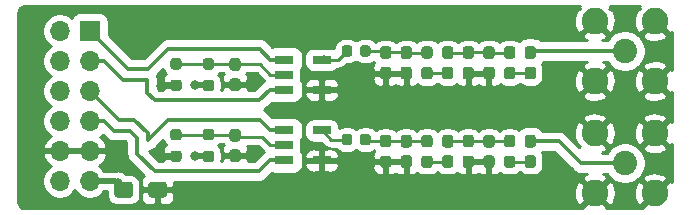
<source format=gbr>
G04 #@! TF.GenerationSoftware,KiCad,Pcbnew,5.1.10-1.fc33*
G04 #@! TF.CreationDate,2021-10-10T14:47:09-05:00*
G04 #@! TF.ProjectId,lvds_pmod,6c766473-5f70-46d6-9f64-2e6b69636164,A*
G04 #@! TF.SameCoordinates,Original*
G04 #@! TF.FileFunction,Copper,L1,Top*
G04 #@! TF.FilePolarity,Positive*
%FSLAX46Y46*%
G04 Gerber Fmt 4.6, Leading zero omitted, Abs format (unit mm)*
G04 Created by KiCad (PCBNEW 5.1.10-1.fc33) date 2021-10-10 14:47:09*
%MOMM*%
%LPD*%
G01*
G04 APERTURE LIST*
G04 #@! TA.AperFunction,SMDPad,CuDef*
%ADD10R,1.650000X0.760000*%
G04 #@! TD*
G04 #@! TA.AperFunction,ComponentPad*
%ADD11C,2.250000*%
G04 #@! TD*
G04 #@! TA.AperFunction,ComponentPad*
%ADD12C,2.050000*%
G04 #@! TD*
G04 #@! TA.AperFunction,ComponentPad*
%ADD13O,1.700000X1.700000*%
G04 #@! TD*
G04 #@! TA.AperFunction,ComponentPad*
%ADD14R,1.700000X1.700000*%
G04 #@! TD*
G04 #@! TA.AperFunction,ViaPad*
%ADD15C,0.800000*%
G04 #@! TD*
G04 #@! TA.AperFunction,Conductor*
%ADD16C,0.500000*%
G04 #@! TD*
G04 #@! TA.AperFunction,Conductor*
%ADD17C,0.250000*%
G04 #@! TD*
G04 #@! TA.AperFunction,Conductor*
%ADD18C,0.310000*%
G04 #@! TD*
G04 #@! TA.AperFunction,Conductor*
%ADD19C,0.254000*%
G04 #@! TD*
G04 #@! TA.AperFunction,Conductor*
%ADD20C,0.100000*%
G04 #@! TD*
G04 APERTURE END LIST*
G04 #@! TA.AperFunction,SMDPad,CuDef*
G36*
G01*
X166512500Y-95850000D02*
X166987500Y-95850000D01*
G75*
G02*
X167225000Y-96087500I0J-237500D01*
G01*
X167225000Y-96662500D01*
G75*
G02*
X166987500Y-96900000I-237500J0D01*
G01*
X166512500Y-96900000D01*
G75*
G02*
X166275000Y-96662500I0J237500D01*
G01*
X166275000Y-96087500D01*
G75*
G02*
X166512500Y-95850000I237500J0D01*
G01*
G37*
G04 #@! TD.AperFunction*
G04 #@! TA.AperFunction,SMDPad,CuDef*
G36*
G01*
X166512500Y-94100000D02*
X166987500Y-94100000D01*
G75*
G02*
X167225000Y-94337500I0J-237500D01*
G01*
X167225000Y-94912500D01*
G75*
G02*
X166987500Y-95150000I-237500J0D01*
G01*
X166512500Y-95150000D01*
G75*
G02*
X166275000Y-94912500I0J237500D01*
G01*
X166275000Y-94337500D01*
G75*
G02*
X166512500Y-94100000I237500J0D01*
G01*
G37*
G04 #@! TD.AperFunction*
G04 #@! TA.AperFunction,SMDPad,CuDef*
G36*
G01*
X166512500Y-88350000D02*
X166987500Y-88350000D01*
G75*
G02*
X167225000Y-88587500I0J-237500D01*
G01*
X167225000Y-89162500D01*
G75*
G02*
X166987500Y-89400000I-237500J0D01*
G01*
X166512500Y-89400000D01*
G75*
G02*
X166275000Y-89162500I0J237500D01*
G01*
X166275000Y-88587500D01*
G75*
G02*
X166512500Y-88350000I237500J0D01*
G01*
G37*
G04 #@! TD.AperFunction*
G04 #@! TA.AperFunction,SMDPad,CuDef*
G36*
G01*
X166512500Y-86600000D02*
X166987500Y-86600000D01*
G75*
G02*
X167225000Y-86837500I0J-237500D01*
G01*
X167225000Y-87412500D01*
G75*
G02*
X166987500Y-87650000I-237500J0D01*
G01*
X166512500Y-87650000D01*
G75*
G02*
X166275000Y-87412500I0J237500D01*
G01*
X166275000Y-86837500D01*
G75*
G02*
X166512500Y-86600000I237500J0D01*
G01*
G37*
G04 #@! TD.AperFunction*
G04 #@! TA.AperFunction,SMDPad,CuDef*
G36*
G01*
X163012500Y-95850000D02*
X163487500Y-95850000D01*
G75*
G02*
X163725000Y-96087500I0J-237500D01*
G01*
X163725000Y-96662500D01*
G75*
G02*
X163487500Y-96900000I-237500J0D01*
G01*
X163012500Y-96900000D01*
G75*
G02*
X162775000Y-96662500I0J237500D01*
G01*
X162775000Y-96087500D01*
G75*
G02*
X163012500Y-95850000I237500J0D01*
G01*
G37*
G04 #@! TD.AperFunction*
G04 #@! TA.AperFunction,SMDPad,CuDef*
G36*
G01*
X163012500Y-94100000D02*
X163487500Y-94100000D01*
G75*
G02*
X163725000Y-94337500I0J-237500D01*
G01*
X163725000Y-94912500D01*
G75*
G02*
X163487500Y-95150000I-237500J0D01*
G01*
X163012500Y-95150000D01*
G75*
G02*
X162775000Y-94912500I0J237500D01*
G01*
X162775000Y-94337500D01*
G75*
G02*
X163012500Y-94100000I237500J0D01*
G01*
G37*
G04 #@! TD.AperFunction*
G04 #@! TA.AperFunction,SMDPad,CuDef*
G36*
G01*
X163012500Y-88350000D02*
X163487500Y-88350000D01*
G75*
G02*
X163725000Y-88587500I0J-237500D01*
G01*
X163725000Y-89162500D01*
G75*
G02*
X163487500Y-89400000I-237500J0D01*
G01*
X163012500Y-89400000D01*
G75*
G02*
X162775000Y-89162500I0J237500D01*
G01*
X162775000Y-88587500D01*
G75*
G02*
X163012500Y-88350000I237500J0D01*
G01*
G37*
G04 #@! TD.AperFunction*
G04 #@! TA.AperFunction,SMDPad,CuDef*
G36*
G01*
X163012500Y-86600000D02*
X163487500Y-86600000D01*
G75*
G02*
X163725000Y-86837500I0J-237500D01*
G01*
X163725000Y-87412500D01*
G75*
G02*
X163487500Y-87650000I-237500J0D01*
G01*
X163012500Y-87650000D01*
G75*
G02*
X162775000Y-87412500I0J237500D01*
G01*
X162775000Y-86837500D01*
G75*
G02*
X163012500Y-86600000I237500J0D01*
G01*
G37*
G04 #@! TD.AperFunction*
G04 #@! TA.AperFunction,SMDPad,CuDef*
G36*
G01*
X159512500Y-95850000D02*
X159987500Y-95850000D01*
G75*
G02*
X160225000Y-96087500I0J-237500D01*
G01*
X160225000Y-96662500D01*
G75*
G02*
X159987500Y-96900000I-237500J0D01*
G01*
X159512500Y-96900000D01*
G75*
G02*
X159275000Y-96662500I0J237500D01*
G01*
X159275000Y-96087500D01*
G75*
G02*
X159512500Y-95850000I237500J0D01*
G01*
G37*
G04 #@! TD.AperFunction*
G04 #@! TA.AperFunction,SMDPad,CuDef*
G36*
G01*
X159512500Y-94100000D02*
X159987500Y-94100000D01*
G75*
G02*
X160225000Y-94337500I0J-237500D01*
G01*
X160225000Y-94912500D01*
G75*
G02*
X159987500Y-95150000I-237500J0D01*
G01*
X159512500Y-95150000D01*
G75*
G02*
X159275000Y-94912500I0J237500D01*
G01*
X159275000Y-94337500D01*
G75*
G02*
X159512500Y-94100000I237500J0D01*
G01*
G37*
G04 #@! TD.AperFunction*
G04 #@! TA.AperFunction,SMDPad,CuDef*
G36*
G01*
X159512500Y-88350000D02*
X159987500Y-88350000D01*
G75*
G02*
X160225000Y-88587500I0J-237500D01*
G01*
X160225000Y-89162500D01*
G75*
G02*
X159987500Y-89400000I-237500J0D01*
G01*
X159512500Y-89400000D01*
G75*
G02*
X159275000Y-89162500I0J237500D01*
G01*
X159275000Y-88587500D01*
G75*
G02*
X159512500Y-88350000I237500J0D01*
G01*
G37*
G04 #@! TD.AperFunction*
G04 #@! TA.AperFunction,SMDPad,CuDef*
G36*
G01*
X159512500Y-86600000D02*
X159987500Y-86600000D01*
G75*
G02*
X160225000Y-86837500I0J-237500D01*
G01*
X160225000Y-87412500D01*
G75*
G02*
X159987500Y-87650000I-237500J0D01*
G01*
X159512500Y-87650000D01*
G75*
G02*
X159275000Y-87412500I0J237500D01*
G01*
X159275000Y-86837500D01*
G75*
G02*
X159512500Y-86600000I237500J0D01*
G01*
G37*
G04 #@! TD.AperFunction*
G04 #@! TA.AperFunction,SMDPad,CuDef*
G36*
G01*
X156012500Y-95850000D02*
X156487500Y-95850000D01*
G75*
G02*
X156725000Y-96087500I0J-237500D01*
G01*
X156725000Y-96662500D01*
G75*
G02*
X156487500Y-96900000I-237500J0D01*
G01*
X156012500Y-96900000D01*
G75*
G02*
X155775000Y-96662500I0J237500D01*
G01*
X155775000Y-96087500D01*
G75*
G02*
X156012500Y-95850000I237500J0D01*
G01*
G37*
G04 #@! TD.AperFunction*
G04 #@! TA.AperFunction,SMDPad,CuDef*
G36*
G01*
X156012500Y-94100000D02*
X156487500Y-94100000D01*
G75*
G02*
X156725000Y-94337500I0J-237500D01*
G01*
X156725000Y-94912500D01*
G75*
G02*
X156487500Y-95150000I-237500J0D01*
G01*
X156012500Y-95150000D01*
G75*
G02*
X155775000Y-94912500I0J237500D01*
G01*
X155775000Y-94337500D01*
G75*
G02*
X156012500Y-94100000I237500J0D01*
G01*
G37*
G04 #@! TD.AperFunction*
G04 #@! TA.AperFunction,SMDPad,CuDef*
G36*
G01*
X156012500Y-88350000D02*
X156487500Y-88350000D01*
G75*
G02*
X156725000Y-88587500I0J-237500D01*
G01*
X156725000Y-89162500D01*
G75*
G02*
X156487500Y-89400000I-237500J0D01*
G01*
X156012500Y-89400000D01*
G75*
G02*
X155775000Y-89162500I0J237500D01*
G01*
X155775000Y-88587500D01*
G75*
G02*
X156012500Y-88350000I237500J0D01*
G01*
G37*
G04 #@! TD.AperFunction*
G04 #@! TA.AperFunction,SMDPad,CuDef*
G36*
G01*
X156012500Y-86600000D02*
X156487500Y-86600000D01*
G75*
G02*
X156725000Y-86837500I0J-237500D01*
G01*
X156725000Y-87412500D01*
G75*
G02*
X156487500Y-87650000I-237500J0D01*
G01*
X156012500Y-87650000D01*
G75*
G02*
X155775000Y-87412500I0J237500D01*
G01*
X155775000Y-86837500D01*
G75*
G02*
X156012500Y-86600000I237500J0D01*
G01*
G37*
G04 #@! TD.AperFunction*
G04 #@! TA.AperFunction,SMDPad,CuDef*
G36*
G01*
X168262500Y-95825000D02*
X168737500Y-95825000D01*
G75*
G02*
X168975000Y-96062500I0J-237500D01*
G01*
X168975000Y-96662500D01*
G75*
G02*
X168737500Y-96900000I-237500J0D01*
G01*
X168262500Y-96900000D01*
G75*
G02*
X168025000Y-96662500I0J237500D01*
G01*
X168025000Y-96062500D01*
G75*
G02*
X168262500Y-95825000I237500J0D01*
G01*
G37*
G04 #@! TD.AperFunction*
G04 #@! TA.AperFunction,SMDPad,CuDef*
G36*
G01*
X168262500Y-94100000D02*
X168737500Y-94100000D01*
G75*
G02*
X168975000Y-94337500I0J-237500D01*
G01*
X168975000Y-94937500D01*
G75*
G02*
X168737500Y-95175000I-237500J0D01*
G01*
X168262500Y-95175000D01*
G75*
G02*
X168025000Y-94937500I0J237500D01*
G01*
X168025000Y-94337500D01*
G75*
G02*
X168262500Y-94100000I237500J0D01*
G01*
G37*
G04 #@! TD.AperFunction*
G04 #@! TA.AperFunction,SMDPad,CuDef*
G36*
G01*
X168262500Y-88325000D02*
X168737500Y-88325000D01*
G75*
G02*
X168975000Y-88562500I0J-237500D01*
G01*
X168975000Y-89162500D01*
G75*
G02*
X168737500Y-89400000I-237500J0D01*
G01*
X168262500Y-89400000D01*
G75*
G02*
X168025000Y-89162500I0J237500D01*
G01*
X168025000Y-88562500D01*
G75*
G02*
X168262500Y-88325000I237500J0D01*
G01*
G37*
G04 #@! TD.AperFunction*
G04 #@! TA.AperFunction,SMDPad,CuDef*
G36*
G01*
X168262500Y-86600000D02*
X168737500Y-86600000D01*
G75*
G02*
X168975000Y-86837500I0J-237500D01*
G01*
X168975000Y-87437500D01*
G75*
G02*
X168737500Y-87675000I-237500J0D01*
G01*
X168262500Y-87675000D01*
G75*
G02*
X168025000Y-87437500I0J237500D01*
G01*
X168025000Y-86837500D01*
G75*
G02*
X168262500Y-86600000I237500J0D01*
G01*
G37*
G04 #@! TD.AperFunction*
G04 #@! TA.AperFunction,SMDPad,CuDef*
G36*
G01*
X164762500Y-95825000D02*
X165237500Y-95825000D01*
G75*
G02*
X165475000Y-96062500I0J-237500D01*
G01*
X165475000Y-96662500D01*
G75*
G02*
X165237500Y-96900000I-237500J0D01*
G01*
X164762500Y-96900000D01*
G75*
G02*
X164525000Y-96662500I0J237500D01*
G01*
X164525000Y-96062500D01*
G75*
G02*
X164762500Y-95825000I237500J0D01*
G01*
G37*
G04 #@! TD.AperFunction*
G04 #@! TA.AperFunction,SMDPad,CuDef*
G36*
G01*
X164762500Y-94100000D02*
X165237500Y-94100000D01*
G75*
G02*
X165475000Y-94337500I0J-237500D01*
G01*
X165475000Y-94937500D01*
G75*
G02*
X165237500Y-95175000I-237500J0D01*
G01*
X164762500Y-95175000D01*
G75*
G02*
X164525000Y-94937500I0J237500D01*
G01*
X164525000Y-94337500D01*
G75*
G02*
X164762500Y-94100000I237500J0D01*
G01*
G37*
G04 #@! TD.AperFunction*
G04 #@! TA.AperFunction,SMDPad,CuDef*
G36*
G01*
X164762500Y-88325000D02*
X165237500Y-88325000D01*
G75*
G02*
X165475000Y-88562500I0J-237500D01*
G01*
X165475000Y-89162500D01*
G75*
G02*
X165237500Y-89400000I-237500J0D01*
G01*
X164762500Y-89400000D01*
G75*
G02*
X164525000Y-89162500I0J237500D01*
G01*
X164525000Y-88562500D01*
G75*
G02*
X164762500Y-88325000I237500J0D01*
G01*
G37*
G04 #@! TD.AperFunction*
G04 #@! TA.AperFunction,SMDPad,CuDef*
G36*
G01*
X164762500Y-86600000D02*
X165237500Y-86600000D01*
G75*
G02*
X165475000Y-86837500I0J-237500D01*
G01*
X165475000Y-87437500D01*
G75*
G02*
X165237500Y-87675000I-237500J0D01*
G01*
X164762500Y-87675000D01*
G75*
G02*
X164525000Y-87437500I0J237500D01*
G01*
X164525000Y-86837500D01*
G75*
G02*
X164762500Y-86600000I237500J0D01*
G01*
G37*
G04 #@! TD.AperFunction*
G04 #@! TA.AperFunction,SMDPad,CuDef*
G36*
G01*
X161262500Y-95825000D02*
X161737500Y-95825000D01*
G75*
G02*
X161975000Y-96062500I0J-237500D01*
G01*
X161975000Y-96662500D01*
G75*
G02*
X161737500Y-96900000I-237500J0D01*
G01*
X161262500Y-96900000D01*
G75*
G02*
X161025000Y-96662500I0J237500D01*
G01*
X161025000Y-96062500D01*
G75*
G02*
X161262500Y-95825000I237500J0D01*
G01*
G37*
G04 #@! TD.AperFunction*
G04 #@! TA.AperFunction,SMDPad,CuDef*
G36*
G01*
X161262500Y-94100000D02*
X161737500Y-94100000D01*
G75*
G02*
X161975000Y-94337500I0J-237500D01*
G01*
X161975000Y-94937500D01*
G75*
G02*
X161737500Y-95175000I-237500J0D01*
G01*
X161262500Y-95175000D01*
G75*
G02*
X161025000Y-94937500I0J237500D01*
G01*
X161025000Y-94337500D01*
G75*
G02*
X161262500Y-94100000I237500J0D01*
G01*
G37*
G04 #@! TD.AperFunction*
G04 #@! TA.AperFunction,SMDPad,CuDef*
G36*
G01*
X161262500Y-88325000D02*
X161737500Y-88325000D01*
G75*
G02*
X161975000Y-88562500I0J-237500D01*
G01*
X161975000Y-89162500D01*
G75*
G02*
X161737500Y-89400000I-237500J0D01*
G01*
X161262500Y-89400000D01*
G75*
G02*
X161025000Y-89162500I0J237500D01*
G01*
X161025000Y-88562500D01*
G75*
G02*
X161262500Y-88325000I237500J0D01*
G01*
G37*
G04 #@! TD.AperFunction*
G04 #@! TA.AperFunction,SMDPad,CuDef*
G36*
G01*
X161262500Y-86600000D02*
X161737500Y-86600000D01*
G75*
G02*
X161975000Y-86837500I0J-237500D01*
G01*
X161975000Y-87437500D01*
G75*
G02*
X161737500Y-87675000I-237500J0D01*
G01*
X161262500Y-87675000D01*
G75*
G02*
X161025000Y-87437500I0J237500D01*
G01*
X161025000Y-86837500D01*
G75*
G02*
X161262500Y-86600000I237500J0D01*
G01*
G37*
G04 #@! TD.AperFunction*
G04 #@! TA.AperFunction,SMDPad,CuDef*
G36*
G01*
X157762500Y-95825000D02*
X158237500Y-95825000D01*
G75*
G02*
X158475000Y-96062500I0J-237500D01*
G01*
X158475000Y-96662500D01*
G75*
G02*
X158237500Y-96900000I-237500J0D01*
G01*
X157762500Y-96900000D01*
G75*
G02*
X157525000Y-96662500I0J237500D01*
G01*
X157525000Y-96062500D01*
G75*
G02*
X157762500Y-95825000I237500J0D01*
G01*
G37*
G04 #@! TD.AperFunction*
G04 #@! TA.AperFunction,SMDPad,CuDef*
G36*
G01*
X157762500Y-94100000D02*
X158237500Y-94100000D01*
G75*
G02*
X158475000Y-94337500I0J-237500D01*
G01*
X158475000Y-94937500D01*
G75*
G02*
X158237500Y-95175000I-237500J0D01*
G01*
X157762500Y-95175000D01*
G75*
G02*
X157525000Y-94937500I0J237500D01*
G01*
X157525000Y-94337500D01*
G75*
G02*
X157762500Y-94100000I237500J0D01*
G01*
G37*
G04 #@! TD.AperFunction*
G04 #@! TA.AperFunction,SMDPad,CuDef*
G36*
G01*
X157762500Y-88325000D02*
X158237500Y-88325000D01*
G75*
G02*
X158475000Y-88562500I0J-237500D01*
G01*
X158475000Y-89162500D01*
G75*
G02*
X158237500Y-89400000I-237500J0D01*
G01*
X157762500Y-89400000D01*
G75*
G02*
X157525000Y-89162500I0J237500D01*
G01*
X157525000Y-88562500D01*
G75*
G02*
X157762500Y-88325000I237500J0D01*
G01*
G37*
G04 #@! TD.AperFunction*
G04 #@! TA.AperFunction,SMDPad,CuDef*
G36*
G01*
X157762500Y-86600000D02*
X158237500Y-86600000D01*
G75*
G02*
X158475000Y-86837500I0J-237500D01*
G01*
X158475000Y-87437500D01*
G75*
G02*
X158237500Y-87675000I-237500J0D01*
G01*
X157762500Y-87675000D01*
G75*
G02*
X157525000Y-87437500I0J237500D01*
G01*
X157525000Y-86837500D01*
G75*
G02*
X157762500Y-86600000I237500J0D01*
G01*
G37*
G04 #@! TD.AperFunction*
G04 #@! TA.AperFunction,SMDPad,CuDef*
G36*
G01*
X154075000Y-94750000D02*
X154075000Y-94250000D01*
G75*
G02*
X154300000Y-94025000I225000J0D01*
G01*
X154750000Y-94025000D01*
G75*
G02*
X154975000Y-94250000I0J-225000D01*
G01*
X154975000Y-94750000D01*
G75*
G02*
X154750000Y-94975000I-225000J0D01*
G01*
X154300000Y-94975000D01*
G75*
G02*
X154075000Y-94750000I0J225000D01*
G01*
G37*
G04 #@! TD.AperFunction*
G04 #@! TA.AperFunction,SMDPad,CuDef*
G36*
G01*
X152525000Y-94750000D02*
X152525000Y-94250000D01*
G75*
G02*
X152750000Y-94025000I225000J0D01*
G01*
X153200000Y-94025000D01*
G75*
G02*
X153425000Y-94250000I0J-225000D01*
G01*
X153425000Y-94750000D01*
G75*
G02*
X153200000Y-94975000I-225000J0D01*
G01*
X152750000Y-94975000D01*
G75*
G02*
X152525000Y-94750000I0J225000D01*
G01*
G37*
G04 #@! TD.AperFunction*
G04 #@! TA.AperFunction,SMDPad,CuDef*
G36*
G01*
X154075000Y-87250000D02*
X154075000Y-86750000D01*
G75*
G02*
X154300000Y-86525000I225000J0D01*
G01*
X154750000Y-86525000D01*
G75*
G02*
X154975000Y-86750000I0J-225000D01*
G01*
X154975000Y-87250000D01*
G75*
G02*
X154750000Y-87475000I-225000J0D01*
G01*
X154300000Y-87475000D01*
G75*
G02*
X154075000Y-87250000I0J225000D01*
G01*
G37*
G04 #@! TD.AperFunction*
G04 #@! TA.AperFunction,SMDPad,CuDef*
G36*
G01*
X152525000Y-87250000D02*
X152525000Y-86750000D01*
G75*
G02*
X152750000Y-86525000I225000J0D01*
G01*
X153200000Y-86525000D01*
G75*
G02*
X153425000Y-86750000I0J-225000D01*
G01*
X153425000Y-87250000D01*
G75*
G02*
X153200000Y-87475000I-225000J0D01*
G01*
X152750000Y-87475000D01*
G75*
G02*
X152525000Y-87250000I0J225000D01*
G01*
G37*
G04 #@! TD.AperFunction*
D10*
X150840000Y-93730000D03*
X150840000Y-96270000D03*
X147660000Y-96270000D03*
X147660000Y-95000000D03*
X147660000Y-93730000D03*
X150840000Y-87730000D03*
X150840000Y-90270000D03*
X147660000Y-90270000D03*
X147660000Y-89000000D03*
X147660000Y-87730000D03*
G04 #@! TA.AperFunction,SMDPad,CuDef*
G36*
G01*
X138262500Y-95425000D02*
X138737500Y-95425000D01*
G75*
G02*
X138975000Y-95662500I0J-237500D01*
G01*
X138975000Y-96162500D01*
G75*
G02*
X138737500Y-96400000I-237500J0D01*
G01*
X138262500Y-96400000D01*
G75*
G02*
X138025000Y-96162500I0J237500D01*
G01*
X138025000Y-95662500D01*
G75*
G02*
X138262500Y-95425000I237500J0D01*
G01*
G37*
G04 #@! TD.AperFunction*
G04 #@! TA.AperFunction,SMDPad,CuDef*
G36*
G01*
X138262500Y-93600000D02*
X138737500Y-93600000D01*
G75*
G02*
X138975000Y-93837500I0J-237500D01*
G01*
X138975000Y-94337500D01*
G75*
G02*
X138737500Y-94575000I-237500J0D01*
G01*
X138262500Y-94575000D01*
G75*
G02*
X138025000Y-94337500I0J237500D01*
G01*
X138025000Y-93837500D01*
G75*
G02*
X138262500Y-93600000I237500J0D01*
G01*
G37*
G04 #@! TD.AperFunction*
G04 #@! TA.AperFunction,SMDPad,CuDef*
G36*
G01*
X141487500Y-94575000D02*
X141012500Y-94575000D01*
G75*
G02*
X140775000Y-94337500I0J237500D01*
G01*
X140775000Y-93837500D01*
G75*
G02*
X141012500Y-93600000I237500J0D01*
G01*
X141487500Y-93600000D01*
G75*
G02*
X141725000Y-93837500I0J-237500D01*
G01*
X141725000Y-94337500D01*
G75*
G02*
X141487500Y-94575000I-237500J0D01*
G01*
G37*
G04 #@! TD.AperFunction*
G04 #@! TA.AperFunction,SMDPad,CuDef*
G36*
G01*
X141487500Y-96400000D02*
X141012500Y-96400000D01*
G75*
G02*
X140775000Y-96162500I0J237500D01*
G01*
X140775000Y-95662500D01*
G75*
G02*
X141012500Y-95425000I237500J0D01*
G01*
X141487500Y-95425000D01*
G75*
G02*
X141725000Y-95662500I0J-237500D01*
G01*
X141725000Y-96162500D01*
G75*
G02*
X141487500Y-96400000I-237500J0D01*
G01*
G37*
G04 #@! TD.AperFunction*
G04 #@! TA.AperFunction,SMDPad,CuDef*
G36*
G01*
X138262500Y-89425000D02*
X138737500Y-89425000D01*
G75*
G02*
X138975000Y-89662500I0J-237500D01*
G01*
X138975000Y-90162500D01*
G75*
G02*
X138737500Y-90400000I-237500J0D01*
G01*
X138262500Y-90400000D01*
G75*
G02*
X138025000Y-90162500I0J237500D01*
G01*
X138025000Y-89662500D01*
G75*
G02*
X138262500Y-89425000I237500J0D01*
G01*
G37*
G04 #@! TD.AperFunction*
G04 #@! TA.AperFunction,SMDPad,CuDef*
G36*
G01*
X138262500Y-87600000D02*
X138737500Y-87600000D01*
G75*
G02*
X138975000Y-87837500I0J-237500D01*
G01*
X138975000Y-88337500D01*
G75*
G02*
X138737500Y-88575000I-237500J0D01*
G01*
X138262500Y-88575000D01*
G75*
G02*
X138025000Y-88337500I0J237500D01*
G01*
X138025000Y-87837500D01*
G75*
G02*
X138262500Y-87600000I237500J0D01*
G01*
G37*
G04 #@! TD.AperFunction*
G04 #@! TA.AperFunction,SMDPad,CuDef*
G36*
G01*
X141487500Y-88575000D02*
X141012500Y-88575000D01*
G75*
G02*
X140775000Y-88337500I0J237500D01*
G01*
X140775000Y-87837500D01*
G75*
G02*
X141012500Y-87600000I237500J0D01*
G01*
X141487500Y-87600000D01*
G75*
G02*
X141725000Y-87837500I0J-237500D01*
G01*
X141725000Y-88337500D01*
G75*
G02*
X141487500Y-88575000I-237500J0D01*
G01*
G37*
G04 #@! TD.AperFunction*
G04 #@! TA.AperFunction,SMDPad,CuDef*
G36*
G01*
X141487500Y-90400000D02*
X141012500Y-90400000D01*
G75*
G02*
X140775000Y-90162500I0J237500D01*
G01*
X140775000Y-89662500D01*
G75*
G02*
X141012500Y-89425000I237500J0D01*
G01*
X141487500Y-89425000D01*
G75*
G02*
X141725000Y-89662500I0J-237500D01*
G01*
X141725000Y-90162500D01*
G75*
G02*
X141487500Y-90400000I-237500J0D01*
G01*
G37*
G04 #@! TD.AperFunction*
D11*
X173960000Y-99040000D03*
X173960000Y-93960000D03*
X179040000Y-93960000D03*
X179040000Y-99040000D03*
D12*
X176500000Y-96500000D03*
D11*
X173960000Y-89540000D03*
X173960000Y-84460000D03*
X179040000Y-84460000D03*
X179040000Y-89540000D03*
D12*
X176500000Y-87000000D03*
G04 #@! TA.AperFunction,SMDPad,CuDef*
G36*
G01*
X143262500Y-95325000D02*
X143737500Y-95325000D01*
G75*
G02*
X143975000Y-95562500I0J-237500D01*
G01*
X143975000Y-96162500D01*
G75*
G02*
X143737500Y-96400000I-237500J0D01*
G01*
X143262500Y-96400000D01*
G75*
G02*
X143025000Y-96162500I0J237500D01*
G01*
X143025000Y-95562500D01*
G75*
G02*
X143262500Y-95325000I237500J0D01*
G01*
G37*
G04 #@! TD.AperFunction*
G04 #@! TA.AperFunction,SMDPad,CuDef*
G36*
G01*
X143262500Y-93600000D02*
X143737500Y-93600000D01*
G75*
G02*
X143975000Y-93837500I0J-237500D01*
G01*
X143975000Y-94437500D01*
G75*
G02*
X143737500Y-94675000I-237500J0D01*
G01*
X143262500Y-94675000D01*
G75*
G02*
X143025000Y-94437500I0J237500D01*
G01*
X143025000Y-93837500D01*
G75*
G02*
X143262500Y-93600000I237500J0D01*
G01*
G37*
G04 #@! TD.AperFunction*
G04 #@! TA.AperFunction,SMDPad,CuDef*
G36*
G01*
X143262500Y-89325000D02*
X143737500Y-89325000D01*
G75*
G02*
X143975000Y-89562500I0J-237500D01*
G01*
X143975000Y-90162500D01*
G75*
G02*
X143737500Y-90400000I-237500J0D01*
G01*
X143262500Y-90400000D01*
G75*
G02*
X143025000Y-90162500I0J237500D01*
G01*
X143025000Y-89562500D01*
G75*
G02*
X143262500Y-89325000I237500J0D01*
G01*
G37*
G04 #@! TD.AperFunction*
G04 #@! TA.AperFunction,SMDPad,CuDef*
G36*
G01*
X143262500Y-87600000D02*
X143737500Y-87600000D01*
G75*
G02*
X143975000Y-87837500I0J-237500D01*
G01*
X143975000Y-88437500D01*
G75*
G02*
X143737500Y-88675000I-237500J0D01*
G01*
X143262500Y-88675000D01*
G75*
G02*
X143025000Y-88437500I0J237500D01*
G01*
X143025000Y-87837500D01*
G75*
G02*
X143262500Y-87600000I237500J0D01*
G01*
G37*
G04 #@! TD.AperFunction*
G04 #@! TA.AperFunction,SMDPad,CuDef*
G36*
G01*
X136150000Y-99175001D02*
X136150000Y-98324999D01*
G75*
G02*
X136399999Y-98075000I249999J0D01*
G01*
X137475001Y-98075000D01*
G75*
G02*
X137725000Y-98324999I0J-249999D01*
G01*
X137725000Y-99175001D01*
G75*
G02*
X137475001Y-99425000I-249999J0D01*
G01*
X136399999Y-99425000D01*
G75*
G02*
X136150000Y-99175001I0J249999D01*
G01*
G37*
G04 #@! TD.AperFunction*
G04 #@! TA.AperFunction,SMDPad,CuDef*
G36*
G01*
X133275000Y-99175001D02*
X133275000Y-98324999D01*
G75*
G02*
X133524999Y-98075000I249999J0D01*
G01*
X134600001Y-98075000D01*
G75*
G02*
X134850000Y-98324999I0J-249999D01*
G01*
X134850000Y-99175001D01*
G75*
G02*
X134600001Y-99425000I-249999J0D01*
G01*
X133524999Y-99425000D01*
G75*
G02*
X133275000Y-99175001I0J249999D01*
G01*
G37*
G04 #@! TD.AperFunction*
D13*
X128660000Y-98005000D03*
X131200000Y-98005000D03*
X128660000Y-95465000D03*
X131200000Y-95465000D03*
X128660000Y-92925000D03*
X131200000Y-92925000D03*
X128660000Y-90385000D03*
X131200000Y-90385000D03*
X128660000Y-87845000D03*
X131200000Y-87845000D03*
X128660000Y-85305000D03*
D14*
X131200000Y-85305000D03*
D15*
X140087500Y-89912500D03*
X140087500Y-95912500D03*
X137250000Y-96000000D03*
X137250000Y-90000000D03*
X144750000Y-95750000D03*
X144750000Y-89750000D03*
X154000000Y-91500000D03*
X157000000Y-91500000D03*
X160000000Y-91500000D03*
X163000000Y-91500000D03*
X166000000Y-91500000D03*
X169000000Y-91500000D03*
X140000000Y-99500000D03*
X143000000Y-99500000D03*
X146000000Y-99500000D03*
D16*
X141250000Y-89912500D02*
X140087500Y-89912500D01*
X141250000Y-95912500D02*
X140087500Y-95912500D01*
X133567500Y-98005000D02*
X133750000Y-98187500D01*
X131382500Y-98187500D02*
X131200000Y-98005000D01*
X133317500Y-98005000D02*
X134062500Y-98750000D01*
X131200000Y-98005000D02*
X133317500Y-98005000D01*
X137337500Y-95912500D02*
X137250000Y-96000000D01*
X138500000Y-95912500D02*
X137337500Y-95912500D01*
X137337500Y-89912500D02*
X137250000Y-90000000D01*
X138500000Y-89912500D02*
X137337500Y-89912500D01*
X144637500Y-95862500D02*
X144750000Y-95750000D01*
X143500000Y-95862500D02*
X144637500Y-95862500D01*
X144637500Y-89862500D02*
X144750000Y-89750000D01*
X143500000Y-89862500D02*
X144637500Y-89862500D01*
D17*
X138500000Y-88087500D02*
X141250000Y-88087500D01*
X143450000Y-88087500D02*
X143500000Y-88137500D01*
X141250000Y-88087500D02*
X143450000Y-88087500D01*
X145634975Y-88137500D02*
X143500000Y-88137500D01*
X146497475Y-89000000D02*
X145634975Y-88137500D01*
X147660000Y-89000000D02*
X146497475Y-89000000D01*
X138500000Y-94087500D02*
X141250000Y-94087500D01*
X143450000Y-94087500D02*
X143500000Y-94137500D01*
X141250000Y-94087500D02*
X143450000Y-94087500D01*
X146497475Y-95000000D02*
X145747475Y-94250000D01*
X147660000Y-95000000D02*
X146497475Y-95000000D01*
X143612500Y-94250000D02*
X143500000Y-94137500D01*
X145747475Y-94250000D02*
X143612500Y-94250000D01*
D18*
X135200010Y-95689012D02*
X135200010Y-94350424D01*
X145517498Y-97175001D02*
X136685999Y-97175001D01*
X132424781Y-92925000D02*
X131200000Y-92925000D01*
X146422499Y-96270000D02*
X145517498Y-97175001D01*
X135200010Y-94350424D02*
X134599576Y-93749990D01*
X134599576Y-93749990D02*
X133249771Y-93749990D01*
X133249771Y-93749990D02*
X132424781Y-92925000D01*
X147660000Y-96270000D02*
X146422499Y-96270000D01*
X136685999Y-97175001D02*
X135200010Y-95689012D01*
X147660000Y-93730000D02*
X146500281Y-93730000D01*
X136133094Y-93968303D02*
X134984790Y-92819999D01*
X137843104Y-92824990D02*
X136133094Y-94535000D01*
X136133094Y-94535000D02*
X136133094Y-93968303D01*
X134984790Y-92819999D02*
X133634999Y-92819999D01*
X133082391Y-92267391D02*
X131200000Y-90385000D01*
X145595271Y-92824990D02*
X137843104Y-92824990D01*
X133634999Y-92819999D02*
X133082391Y-92267391D01*
X146500281Y-93730000D02*
X145595271Y-92824990D01*
X132424781Y-87845000D02*
X131200000Y-87845000D01*
X134044781Y-89465000D02*
X132424781Y-87845000D01*
X136685999Y-91175001D02*
X136074999Y-90564001D01*
X145517498Y-91175001D02*
X136685999Y-91175001D01*
X136074999Y-90564001D02*
X136074999Y-89465000D01*
X147660000Y-90270000D02*
X146422499Y-90270000D01*
X136074999Y-89465000D02*
X134044781Y-89465000D01*
X146422499Y-90270000D02*
X145517498Y-91175001D01*
X147660000Y-87730000D02*
X146500281Y-87730000D01*
X145595271Y-86824990D02*
X137843104Y-86824990D01*
X136133094Y-88535000D02*
X134430000Y-88535000D01*
X146500281Y-87730000D02*
X145595271Y-86824990D01*
X133082391Y-87187391D02*
X131200000Y-85305000D01*
X134430000Y-88535000D02*
X133082391Y-87187391D01*
X137843104Y-86824990D02*
X136133094Y-88535000D01*
X168637500Y-87000000D02*
X168500000Y-87137500D01*
X176500000Y-87000000D02*
X168637500Y-87000000D01*
X176500000Y-96500000D02*
X172750000Y-96500000D01*
X170887500Y-94637500D02*
X168500000Y-94637500D01*
X172750000Y-96500000D02*
X170887500Y-94637500D01*
D17*
X156125000Y-87000000D02*
X156250000Y-87125000D01*
X154525000Y-87000000D02*
X156125000Y-87000000D01*
X157987500Y-87125000D02*
X158000000Y-87137500D01*
X156250000Y-87125000D02*
X157987500Y-87125000D01*
X159737500Y-87137500D02*
X159750000Y-87125000D01*
X158000000Y-87137500D02*
X159737500Y-87137500D01*
D18*
X151070000Y-87500000D02*
X150840000Y-87730000D01*
X150930001Y-87639999D02*
X150840000Y-87730000D01*
D17*
X152245000Y-87730000D02*
X152975000Y-87000000D01*
X150840000Y-87730000D02*
X152245000Y-87730000D01*
X158012500Y-94625000D02*
X158000000Y-94637500D01*
X159750000Y-94625000D02*
X158012500Y-94625000D01*
X156262500Y-94637500D02*
X156250000Y-94625000D01*
X158000000Y-94637500D02*
X156262500Y-94637500D01*
X154650000Y-94625000D02*
X154525000Y-94500000D01*
X156250000Y-94625000D02*
X154650000Y-94625000D01*
X151610000Y-94500000D02*
X150840000Y-93730000D01*
X152975000Y-94500000D02*
X151610000Y-94500000D01*
X161487500Y-88875000D02*
X161500000Y-88862500D01*
X159750000Y-88875000D02*
X161487500Y-88875000D01*
X163237500Y-87137500D02*
X163250000Y-87125000D01*
X161500000Y-87137500D02*
X163237500Y-87137500D01*
X164987500Y-87125000D02*
X165000000Y-87137500D01*
X163250000Y-87125000D02*
X164987500Y-87125000D01*
X166737500Y-87137500D02*
X166750000Y-87125000D01*
X165000000Y-87137500D02*
X166737500Y-87137500D01*
X159762500Y-96362500D02*
X159750000Y-96375000D01*
X161500000Y-96362500D02*
X159762500Y-96362500D01*
X165012500Y-94625000D02*
X165000000Y-94637500D01*
X166750000Y-94625000D02*
X165012500Y-94625000D01*
X163262500Y-94637500D02*
X163250000Y-94625000D01*
X165000000Y-94637500D02*
X163262500Y-94637500D01*
X161512500Y-94625000D02*
X161500000Y-94637500D01*
X163250000Y-94625000D02*
X161512500Y-94625000D01*
X168487500Y-88875000D02*
X168500000Y-88862500D01*
X166750000Y-88875000D02*
X168487500Y-88875000D01*
X166762500Y-96362500D02*
X166750000Y-96375000D01*
X168500000Y-96362500D02*
X166762500Y-96362500D01*
D19*
X172620101Y-83299709D02*
X172735467Y-83415075D01*
X172458286Y-83525921D01*
X172304911Y-83836840D01*
X172215140Y-84171705D01*
X172192424Y-84517650D01*
X172237634Y-84861380D01*
X172349034Y-85189685D01*
X172458286Y-85394079D01*
X172735469Y-85504926D01*
X173780395Y-84460000D01*
X173766253Y-84445858D01*
X173945858Y-84266253D01*
X173960000Y-84280395D01*
X173974143Y-84266253D01*
X174153748Y-84445858D01*
X174139605Y-84460000D01*
X175184531Y-85504926D01*
X175461714Y-85394079D01*
X175615089Y-85083160D01*
X175704860Y-84748295D01*
X175727576Y-84402350D01*
X175682366Y-84058620D01*
X175570966Y-83730315D01*
X175461714Y-83525921D01*
X175184533Y-83415075D01*
X175299899Y-83299709D01*
X175210190Y-83210000D01*
X177789810Y-83210000D01*
X177700101Y-83299709D01*
X177815467Y-83415075D01*
X177538286Y-83525921D01*
X177384911Y-83836840D01*
X177295140Y-84171705D01*
X177272424Y-84517650D01*
X177317634Y-84861380D01*
X177429034Y-85189685D01*
X177538286Y-85394079D01*
X177815469Y-85504926D01*
X178860395Y-84460000D01*
X178846253Y-84445858D01*
X179025858Y-84266253D01*
X179040000Y-84280395D01*
X179054143Y-84266253D01*
X179233748Y-84445858D01*
X179219605Y-84460000D01*
X180264531Y-85504926D01*
X180535001Y-85396764D01*
X180535001Y-88603236D01*
X180264531Y-88495074D01*
X179219605Y-89540000D01*
X180264531Y-90584926D01*
X180535001Y-90476764D01*
X180535000Y-93023236D01*
X180264531Y-92915074D01*
X179219605Y-93960000D01*
X180264531Y-95004926D01*
X180535000Y-94896764D01*
X180535000Y-98103236D01*
X180264531Y-97995074D01*
X179219605Y-99040000D01*
X179233748Y-99054143D01*
X179054143Y-99233748D01*
X179040000Y-99219605D01*
X177995074Y-100264531D01*
X178011258Y-100305000D01*
X174988742Y-100305000D01*
X175004926Y-100264531D01*
X173960000Y-99219605D01*
X172915074Y-100264531D01*
X172931258Y-100305000D01*
X125762279Y-100305000D01*
X125612131Y-100290278D01*
X125498754Y-100256047D01*
X125394183Y-100200446D01*
X125302405Y-100125594D01*
X125226909Y-100034335D01*
X125170581Y-99930160D01*
X125135560Y-99817024D01*
X125120000Y-99668979D01*
X125120000Y-97858740D01*
X127175000Y-97858740D01*
X127175000Y-98151260D01*
X127232068Y-98438158D01*
X127344010Y-98708411D01*
X127506525Y-98951632D01*
X127713368Y-99158475D01*
X127956589Y-99320990D01*
X128226842Y-99432932D01*
X128513740Y-99490000D01*
X128806260Y-99490000D01*
X129093158Y-99432932D01*
X129363411Y-99320990D01*
X129606632Y-99158475D01*
X129813475Y-98951632D01*
X129930000Y-98777240D01*
X130046525Y-98951632D01*
X130253368Y-99158475D01*
X130496589Y-99320990D01*
X130766842Y-99432932D01*
X131053740Y-99490000D01*
X131346260Y-99490000D01*
X131633158Y-99432932D01*
X131903411Y-99320990D01*
X132146632Y-99158475D01*
X132353475Y-98951632D01*
X132394656Y-98890000D01*
X132636928Y-98890000D01*
X132636928Y-99175001D01*
X132653992Y-99348255D01*
X132704528Y-99514851D01*
X132786595Y-99668387D01*
X132897038Y-99802962D01*
X133031613Y-99913405D01*
X133185149Y-99995472D01*
X133351745Y-100046008D01*
X133524999Y-100063072D01*
X134600001Y-100063072D01*
X134773255Y-100046008D01*
X134939851Y-99995472D01*
X135093387Y-99913405D01*
X135227962Y-99802962D01*
X135338405Y-99668387D01*
X135420472Y-99514851D01*
X135447727Y-99425000D01*
X135511928Y-99425000D01*
X135524188Y-99549482D01*
X135560498Y-99669180D01*
X135619463Y-99779494D01*
X135698815Y-99876185D01*
X135795506Y-99955537D01*
X135905820Y-100014502D01*
X136025518Y-100050812D01*
X136150000Y-100063072D01*
X136651750Y-100060000D01*
X136810500Y-99901250D01*
X136810500Y-98877000D01*
X137064500Y-98877000D01*
X137064500Y-99901250D01*
X137223250Y-100060000D01*
X137725000Y-100063072D01*
X137849482Y-100050812D01*
X137969180Y-100014502D01*
X138079494Y-99955537D01*
X138176185Y-99876185D01*
X138255537Y-99779494D01*
X138314502Y-99669180D01*
X138350812Y-99549482D01*
X138363072Y-99425000D01*
X138360489Y-99097650D01*
X172192424Y-99097650D01*
X172237634Y-99441380D01*
X172349034Y-99769685D01*
X172458286Y-99974079D01*
X172735469Y-100084926D01*
X173780395Y-99040000D01*
X174139605Y-99040000D01*
X175184531Y-100084926D01*
X175461714Y-99974079D01*
X175615089Y-99663160D01*
X175704860Y-99328295D01*
X175720004Y-99097650D01*
X177272424Y-99097650D01*
X177317634Y-99441380D01*
X177429034Y-99769685D01*
X177538286Y-99974079D01*
X177815469Y-100084926D01*
X178860395Y-99040000D01*
X177815469Y-97995074D01*
X177538286Y-98105921D01*
X177384911Y-98416840D01*
X177295140Y-98751705D01*
X177272424Y-99097650D01*
X175720004Y-99097650D01*
X175727576Y-98982350D01*
X175682366Y-98638620D01*
X175570966Y-98310315D01*
X175461714Y-98105921D01*
X175184531Y-97995074D01*
X174139605Y-99040000D01*
X173780395Y-99040000D01*
X172735469Y-97995074D01*
X172458286Y-98105921D01*
X172304911Y-98416840D01*
X172215140Y-98751705D01*
X172192424Y-99097650D01*
X138360489Y-99097650D01*
X138360000Y-99035750D01*
X138201250Y-98877000D01*
X137064500Y-98877000D01*
X136810500Y-98877000D01*
X135673750Y-98877000D01*
X135515000Y-99035750D01*
X135511928Y-99425000D01*
X135447727Y-99425000D01*
X135471008Y-99348255D01*
X135488072Y-99175001D01*
X135488072Y-98324999D01*
X135471008Y-98151745D01*
X135420472Y-97985149D01*
X135338405Y-97831613D01*
X135227962Y-97697038D01*
X135093387Y-97586595D01*
X134939851Y-97504528D01*
X134773255Y-97453992D01*
X134600001Y-97436928D01*
X134251006Y-97436928D01*
X134162546Y-97348468D01*
X134061559Y-97265590D01*
X133907813Y-97183412D01*
X133740990Y-97132805D01*
X133567500Y-97115719D01*
X133442501Y-97128029D01*
X133360977Y-97120000D01*
X133360969Y-97120000D01*
X133317500Y-97115719D01*
X133274031Y-97120000D01*
X132394656Y-97120000D01*
X132353475Y-97058368D01*
X132146632Y-96851525D01*
X131964466Y-96729805D01*
X132081355Y-96660178D01*
X132297588Y-96465269D01*
X132471641Y-96231920D01*
X132596825Y-95969099D01*
X132641476Y-95821890D01*
X132520155Y-95592000D01*
X131327000Y-95592000D01*
X131327000Y-95612000D01*
X131073000Y-95612000D01*
X131073000Y-95592000D01*
X128787000Y-95592000D01*
X128787000Y-95612000D01*
X128533000Y-95612000D01*
X128533000Y-95592000D01*
X127339845Y-95592000D01*
X127218524Y-95821890D01*
X127263175Y-95969099D01*
X127388359Y-96231920D01*
X127562412Y-96465269D01*
X127778645Y-96660178D01*
X127895534Y-96729805D01*
X127713368Y-96851525D01*
X127506525Y-97058368D01*
X127344010Y-97301589D01*
X127232068Y-97571842D01*
X127175000Y-97858740D01*
X125120000Y-97858740D01*
X125120000Y-85158740D01*
X127175000Y-85158740D01*
X127175000Y-85451260D01*
X127232068Y-85738158D01*
X127344010Y-86008411D01*
X127506525Y-86251632D01*
X127713368Y-86458475D01*
X127887760Y-86575000D01*
X127713368Y-86691525D01*
X127506525Y-86898368D01*
X127344010Y-87141589D01*
X127232068Y-87411842D01*
X127175000Y-87698740D01*
X127175000Y-87991260D01*
X127232068Y-88278158D01*
X127344010Y-88548411D01*
X127506525Y-88791632D01*
X127713368Y-88998475D01*
X127887760Y-89115000D01*
X127713368Y-89231525D01*
X127506525Y-89438368D01*
X127344010Y-89681589D01*
X127232068Y-89951842D01*
X127175000Y-90238740D01*
X127175000Y-90531260D01*
X127232068Y-90818158D01*
X127344010Y-91088411D01*
X127506525Y-91331632D01*
X127713368Y-91538475D01*
X127887760Y-91655000D01*
X127713368Y-91771525D01*
X127506525Y-91978368D01*
X127344010Y-92221589D01*
X127232068Y-92491842D01*
X127175000Y-92778740D01*
X127175000Y-93071260D01*
X127232068Y-93358158D01*
X127344010Y-93628411D01*
X127506525Y-93871632D01*
X127713368Y-94078475D01*
X127895534Y-94200195D01*
X127778645Y-94269822D01*
X127562412Y-94464731D01*
X127388359Y-94698080D01*
X127263175Y-94960901D01*
X127218524Y-95108110D01*
X127339845Y-95338000D01*
X128533000Y-95338000D01*
X128533000Y-95318000D01*
X128787000Y-95318000D01*
X128787000Y-95338000D01*
X131073000Y-95338000D01*
X131073000Y-95318000D01*
X131327000Y-95318000D01*
X131327000Y-95338000D01*
X132520155Y-95338000D01*
X132641476Y-95108110D01*
X132596825Y-94960901D01*
X132471641Y-94698080D01*
X132297588Y-94464731D01*
X132081355Y-94269822D01*
X132071046Y-94263681D01*
X132218028Y-94165471D01*
X132303830Y-94079669D01*
X132580630Y-94356470D01*
X132608875Y-94390886D01*
X132746222Y-94503604D01*
X132902921Y-94587361D01*
X133072948Y-94638938D01*
X133205464Y-94651990D01*
X133205471Y-94651990D01*
X133249770Y-94656353D01*
X133294070Y-94651990D01*
X134225956Y-94651990D01*
X134298011Y-94724045D01*
X134298010Y-95644712D01*
X134293647Y-95689012D01*
X134298010Y-95733311D01*
X134298010Y-95733318D01*
X134311062Y-95865834D01*
X134362639Y-96035861D01*
X134446396Y-96192560D01*
X134559114Y-96329908D01*
X134593533Y-96358155D01*
X135786902Y-97551524D01*
X135698815Y-97623815D01*
X135619463Y-97720506D01*
X135560498Y-97830820D01*
X135524188Y-97950518D01*
X135511928Y-98075000D01*
X135515000Y-98464250D01*
X135673750Y-98623000D01*
X136810500Y-98623000D01*
X136810500Y-98603000D01*
X137064500Y-98603000D01*
X137064500Y-98623000D01*
X138201250Y-98623000D01*
X138360000Y-98464250D01*
X138363056Y-98077001D01*
X145473199Y-98077001D01*
X145517498Y-98081364D01*
X145561797Y-98077001D01*
X145561805Y-98077001D01*
X145694321Y-98063949D01*
X145864348Y-98012372D01*
X146021047Y-97928615D01*
X146158394Y-97815897D01*
X146186641Y-97781478D01*
X146606747Y-97361373D01*
X146688562Y-97386191D01*
X146835000Y-97400614D01*
X148485000Y-97400614D01*
X148631438Y-97386191D01*
X148772248Y-97343477D01*
X148902019Y-97274113D01*
X149015764Y-97180764D01*
X149109113Y-97067019D01*
X149178477Y-96937248D01*
X149221191Y-96796438D01*
X149235614Y-96650000D01*
X149376928Y-96650000D01*
X149389188Y-96774482D01*
X149425498Y-96894180D01*
X149484463Y-97004494D01*
X149563815Y-97101185D01*
X149660506Y-97180537D01*
X149770820Y-97239502D01*
X149890518Y-97275812D01*
X150015000Y-97288072D01*
X150554250Y-97285000D01*
X150713000Y-97126250D01*
X150713000Y-96397000D01*
X150967000Y-96397000D01*
X150967000Y-97126250D01*
X151125750Y-97285000D01*
X151665000Y-97288072D01*
X151789482Y-97275812D01*
X151909180Y-97239502D01*
X152019494Y-97180537D01*
X152116185Y-97101185D01*
X152195537Y-97004494D01*
X152251391Y-96900000D01*
X155136928Y-96900000D01*
X155149188Y-97024482D01*
X155185498Y-97144180D01*
X155244463Y-97254494D01*
X155323815Y-97351185D01*
X155420506Y-97430537D01*
X155530820Y-97489502D01*
X155650518Y-97525812D01*
X155775000Y-97538072D01*
X155964250Y-97535000D01*
X156123000Y-97376250D01*
X156123000Y-96502000D01*
X156377000Y-96502000D01*
X156377000Y-97376250D01*
X156535750Y-97535000D01*
X156725000Y-97538072D01*
X156849482Y-97525812D01*
X156969180Y-97489502D01*
X157079494Y-97430537D01*
X157125000Y-97393191D01*
X157170506Y-97430537D01*
X157280820Y-97489502D01*
X157400518Y-97525812D01*
X157525000Y-97538072D01*
X157714250Y-97535000D01*
X157873000Y-97376250D01*
X157873000Y-96489500D01*
X157048750Y-96489500D01*
X157036250Y-96502000D01*
X156377000Y-96502000D01*
X156123000Y-96502000D01*
X155298750Y-96502000D01*
X155140000Y-96660750D01*
X155136928Y-96900000D01*
X152251391Y-96900000D01*
X152254502Y-96894180D01*
X152290812Y-96774482D01*
X152303072Y-96650000D01*
X152300000Y-96555750D01*
X152141250Y-96397000D01*
X150967000Y-96397000D01*
X150713000Y-96397000D01*
X149538750Y-96397000D01*
X149380000Y-96555750D01*
X149376928Y-96650000D01*
X149235614Y-96650000D01*
X149235614Y-95890000D01*
X149376928Y-95890000D01*
X149380000Y-95984250D01*
X149538750Y-96143000D01*
X150713000Y-96143000D01*
X150713000Y-95413750D01*
X150554250Y-95255000D01*
X150015000Y-95251928D01*
X149890518Y-95264188D01*
X149770820Y-95300498D01*
X149660506Y-95359463D01*
X149563815Y-95438815D01*
X149484463Y-95535506D01*
X149425498Y-95645820D01*
X149389188Y-95765518D01*
X149376928Y-95890000D01*
X149235614Y-95890000D01*
X149221191Y-95743562D01*
X149178477Y-95602752D01*
X149113167Y-95480566D01*
X149123072Y-95380000D01*
X149123072Y-94620000D01*
X149113167Y-94519434D01*
X149178477Y-94397248D01*
X149221191Y-94256438D01*
X149235614Y-94110000D01*
X149235614Y-93350000D01*
X149376928Y-93350000D01*
X149376928Y-94110000D01*
X149389188Y-94234482D01*
X149425498Y-94354180D01*
X149484463Y-94464494D01*
X149563815Y-94561185D01*
X149660506Y-94640537D01*
X149770820Y-94699502D01*
X149890518Y-94735812D01*
X150015000Y-94748072D01*
X150783270Y-94748072D01*
X151046205Y-95011008D01*
X151069999Y-95040001D01*
X151098992Y-95063795D01*
X151098996Y-95063799D01*
X151132033Y-95090911D01*
X151185724Y-95134974D01*
X151317753Y-95205546D01*
X151461014Y-95249003D01*
X151500241Y-95252867D01*
X151125750Y-95255000D01*
X150967000Y-95413750D01*
X150967000Y-96143000D01*
X152141250Y-96143000D01*
X152300000Y-95984250D01*
X152303072Y-95890000D01*
X152290812Y-95765518D01*
X152254502Y-95645820D01*
X152195537Y-95535506D01*
X152116185Y-95438815D01*
X152019494Y-95359463D01*
X151909180Y-95300498D01*
X151789482Y-95264188D01*
X151746959Y-95260000D01*
X152057415Y-95260000D01*
X152139716Y-95360284D01*
X152270503Y-95467618D01*
X152419717Y-95547375D01*
X152581623Y-95596488D01*
X152750000Y-95613072D01*
X153200000Y-95613072D01*
X153368377Y-95596488D01*
X153530283Y-95547375D01*
X153679497Y-95467618D01*
X153750000Y-95409758D01*
X153820503Y-95467618D01*
X153969717Y-95547375D01*
X154131623Y-95596488D01*
X154300000Y-95613072D01*
X154750000Y-95613072D01*
X154918377Y-95596488D01*
X155080283Y-95547375D01*
X155229497Y-95467618D01*
X155296035Y-95413012D01*
X155304099Y-95422839D01*
X155244463Y-95495506D01*
X155185498Y-95605820D01*
X155149188Y-95725518D01*
X155136928Y-95850000D01*
X155140000Y-96089250D01*
X155298750Y-96248000D01*
X156123000Y-96248000D01*
X156123000Y-96228000D01*
X156377000Y-96228000D01*
X156377000Y-96248000D01*
X157201250Y-96248000D01*
X157213750Y-96235500D01*
X157873000Y-96235500D01*
X157873000Y-96215500D01*
X158127000Y-96215500D01*
X158127000Y-96235500D01*
X158147000Y-96235500D01*
X158147000Y-96489500D01*
X158127000Y-96489500D01*
X158127000Y-97376250D01*
X158285750Y-97535000D01*
X158475000Y-97538072D01*
X158599482Y-97525812D01*
X158719180Y-97489502D01*
X158829494Y-97430537D01*
X158926185Y-97351185D01*
X158947094Y-97325707D01*
X159026058Y-97390512D01*
X159177433Y-97471423D01*
X159341684Y-97521248D01*
X159512500Y-97538072D01*
X159987500Y-97538072D01*
X160158316Y-97521248D01*
X160322567Y-97471423D01*
X160473942Y-97390512D01*
X160606623Y-97281623D01*
X160625000Y-97259231D01*
X160643377Y-97281623D01*
X160776058Y-97390512D01*
X160927433Y-97471423D01*
X161091684Y-97521248D01*
X161262500Y-97538072D01*
X161737500Y-97538072D01*
X161908316Y-97521248D01*
X162072567Y-97471423D01*
X162223942Y-97390512D01*
X162302906Y-97325707D01*
X162323815Y-97351185D01*
X162420506Y-97430537D01*
X162530820Y-97489502D01*
X162650518Y-97525812D01*
X162775000Y-97538072D01*
X162964250Y-97535000D01*
X163123000Y-97376250D01*
X163123000Y-96502000D01*
X163377000Y-96502000D01*
X163377000Y-97376250D01*
X163535750Y-97535000D01*
X163725000Y-97538072D01*
X163849482Y-97525812D01*
X163969180Y-97489502D01*
X164079494Y-97430537D01*
X164125000Y-97393191D01*
X164170506Y-97430537D01*
X164280820Y-97489502D01*
X164400518Y-97525812D01*
X164525000Y-97538072D01*
X164714250Y-97535000D01*
X164873000Y-97376250D01*
X164873000Y-96489500D01*
X164048750Y-96489500D01*
X164036250Y-96502000D01*
X163377000Y-96502000D01*
X163123000Y-96502000D01*
X163103000Y-96502000D01*
X163103000Y-96248000D01*
X163123000Y-96248000D01*
X163123000Y-96228000D01*
X163377000Y-96228000D01*
X163377000Y-96248000D01*
X164201250Y-96248000D01*
X164213750Y-96235500D01*
X164873000Y-96235500D01*
X164873000Y-96215500D01*
X165127000Y-96215500D01*
X165127000Y-96235500D01*
X165147000Y-96235500D01*
X165147000Y-96489500D01*
X165127000Y-96489500D01*
X165127000Y-97376250D01*
X165285750Y-97535000D01*
X165475000Y-97538072D01*
X165599482Y-97525812D01*
X165719180Y-97489502D01*
X165829494Y-97430537D01*
X165926185Y-97351185D01*
X165947094Y-97325707D01*
X166026058Y-97390512D01*
X166177433Y-97471423D01*
X166341684Y-97521248D01*
X166512500Y-97538072D01*
X166987500Y-97538072D01*
X167158316Y-97521248D01*
X167322567Y-97471423D01*
X167473942Y-97390512D01*
X167606623Y-97281623D01*
X167625000Y-97259231D01*
X167643377Y-97281623D01*
X167776058Y-97390512D01*
X167927433Y-97471423D01*
X168091684Y-97521248D01*
X168262500Y-97538072D01*
X168737500Y-97538072D01*
X168908316Y-97521248D01*
X169072567Y-97471423D01*
X169223942Y-97390512D01*
X169356623Y-97281623D01*
X169465512Y-97148942D01*
X169546423Y-96997567D01*
X169596248Y-96833316D01*
X169613072Y-96662500D01*
X169613072Y-96062500D01*
X169596248Y-95891684D01*
X169546423Y-95727433D01*
X169473420Y-95590852D01*
X169515564Y-95539500D01*
X170513880Y-95539500D01*
X172080861Y-97106482D01*
X172109104Y-97140896D01*
X172143517Y-97169138D01*
X172143519Y-97169140D01*
X172246451Y-97253614D01*
X172403150Y-97337371D01*
X172573177Y-97388948D01*
X172705693Y-97402000D01*
X172705700Y-97402000D01*
X172750000Y-97406363D01*
X172794299Y-97402000D01*
X173309986Y-97402000D01*
X173230315Y-97429034D01*
X173025921Y-97538286D01*
X172915074Y-97815469D01*
X173960000Y-98860395D01*
X175004926Y-97815469D01*
X174894079Y-97538286D01*
X174617803Y-97402000D01*
X174971531Y-97402000D01*
X175123598Y-97629584D01*
X175370416Y-97876402D01*
X175660643Y-98070326D01*
X175983127Y-98203903D01*
X176325473Y-98272000D01*
X176674527Y-98272000D01*
X177016873Y-98203903D01*
X177339357Y-98070326D01*
X177629584Y-97876402D01*
X177690517Y-97815469D01*
X177995074Y-97815469D01*
X179040000Y-98860395D01*
X180084926Y-97815469D01*
X179974079Y-97538286D01*
X179663160Y-97384911D01*
X179328295Y-97295140D01*
X178982350Y-97272424D01*
X178638620Y-97317634D01*
X178310315Y-97429034D01*
X178105921Y-97538286D01*
X177995074Y-97815469D01*
X177690517Y-97815469D01*
X177876402Y-97629584D01*
X178070326Y-97339357D01*
X178203903Y-97016873D01*
X178272000Y-96674527D01*
X178272000Y-96325473D01*
X178203903Y-95983127D01*
X178070326Y-95660643D01*
X177876402Y-95370416D01*
X177690517Y-95184531D01*
X177995074Y-95184531D01*
X178105921Y-95461714D01*
X178416840Y-95615089D01*
X178751705Y-95704860D01*
X179097650Y-95727576D01*
X179441380Y-95682366D01*
X179769685Y-95570966D01*
X179974079Y-95461714D01*
X180084926Y-95184531D01*
X179040000Y-94139605D01*
X177995074Y-95184531D01*
X177690517Y-95184531D01*
X177629584Y-95123598D01*
X177339357Y-94929674D01*
X177016873Y-94796097D01*
X176674527Y-94728000D01*
X176325473Y-94728000D01*
X175983127Y-94796097D01*
X175660643Y-94929674D01*
X175370416Y-95123598D01*
X175123598Y-95370416D01*
X174971531Y-95598000D01*
X174610014Y-95598000D01*
X174689685Y-95570966D01*
X174894079Y-95461714D01*
X175004926Y-95184531D01*
X173960000Y-94139605D01*
X173945858Y-94153748D01*
X173766253Y-93974143D01*
X173780395Y-93960000D01*
X174139605Y-93960000D01*
X175184531Y-95004926D01*
X175461714Y-94894079D01*
X175615089Y-94583160D01*
X175704860Y-94248295D01*
X175720004Y-94017650D01*
X177272424Y-94017650D01*
X177317634Y-94361380D01*
X177429034Y-94689685D01*
X177538286Y-94894079D01*
X177815469Y-95004926D01*
X178860395Y-93960000D01*
X177815469Y-92915074D01*
X177538286Y-93025921D01*
X177384911Y-93336840D01*
X177295140Y-93671705D01*
X177272424Y-94017650D01*
X175720004Y-94017650D01*
X175727576Y-93902350D01*
X175682366Y-93558620D01*
X175570966Y-93230315D01*
X175461714Y-93025921D01*
X175184531Y-92915074D01*
X174139605Y-93960000D01*
X173780395Y-93960000D01*
X172735469Y-92915074D01*
X172458286Y-93025921D01*
X172304911Y-93336840D01*
X172215140Y-93671705D01*
X172192424Y-94017650D01*
X172237634Y-94361380D01*
X172349034Y-94689685D01*
X172458286Y-94894079D01*
X172735467Y-95004925D01*
X172633006Y-95107386D01*
X171556643Y-94031023D01*
X171528396Y-93996604D01*
X171391049Y-93883886D01*
X171234350Y-93800129D01*
X171064323Y-93748552D01*
X170931807Y-93735500D01*
X170931799Y-93735500D01*
X170887500Y-93731137D01*
X170843201Y-93735500D01*
X169515564Y-93735500D01*
X169436202Y-93638798D01*
X169286467Y-93515913D01*
X169115635Y-93424602D01*
X168930271Y-93368372D01*
X168737500Y-93349386D01*
X168262500Y-93349386D01*
X168069729Y-93368372D01*
X167884365Y-93424602D01*
X167713533Y-93515913D01*
X167563798Y-93638798D01*
X167542008Y-93665349D01*
X167473942Y-93609488D01*
X167322567Y-93528577D01*
X167158316Y-93478752D01*
X166987500Y-93461928D01*
X166512500Y-93461928D01*
X166341684Y-93478752D01*
X166177433Y-93528577D01*
X166026058Y-93609488D01*
X165893377Y-93718377D01*
X165875000Y-93740769D01*
X165856623Y-93718377D01*
X165723942Y-93609488D01*
X165572567Y-93528577D01*
X165408316Y-93478752D01*
X165237500Y-93461928D01*
X164762500Y-93461928D01*
X164591684Y-93478752D01*
X164427433Y-93528577D01*
X164276058Y-93609488D01*
X164143377Y-93718377D01*
X164125000Y-93740769D01*
X164106623Y-93718377D01*
X163973942Y-93609488D01*
X163822567Y-93528577D01*
X163658316Y-93478752D01*
X163487500Y-93461928D01*
X163012500Y-93461928D01*
X162841684Y-93478752D01*
X162677433Y-93528577D01*
X162526058Y-93609488D01*
X162393377Y-93718377D01*
X162375000Y-93740769D01*
X162356623Y-93718377D01*
X162223942Y-93609488D01*
X162072567Y-93528577D01*
X161908316Y-93478752D01*
X161737500Y-93461928D01*
X161262500Y-93461928D01*
X161091684Y-93478752D01*
X160927433Y-93528577D01*
X160776058Y-93609488D01*
X160643377Y-93718377D01*
X160625000Y-93740769D01*
X160606623Y-93718377D01*
X160473942Y-93609488D01*
X160322567Y-93528577D01*
X160158316Y-93478752D01*
X159987500Y-93461928D01*
X159512500Y-93461928D01*
X159341684Y-93478752D01*
X159177433Y-93528577D01*
X159026058Y-93609488D01*
X158893377Y-93718377D01*
X158875000Y-93740769D01*
X158856623Y-93718377D01*
X158723942Y-93609488D01*
X158572567Y-93528577D01*
X158408316Y-93478752D01*
X158237500Y-93461928D01*
X157762500Y-93461928D01*
X157591684Y-93478752D01*
X157427433Y-93528577D01*
X157276058Y-93609488D01*
X157143377Y-93718377D01*
X157125000Y-93740769D01*
X157106623Y-93718377D01*
X156973942Y-93609488D01*
X156822567Y-93528577D01*
X156658316Y-93478752D01*
X156487500Y-93461928D01*
X156012500Y-93461928D01*
X155841684Y-93478752D01*
X155677433Y-93528577D01*
X155526058Y-93609488D01*
X155412177Y-93702948D01*
X155360284Y-93639716D01*
X155229497Y-93532382D01*
X155080283Y-93452625D01*
X154918377Y-93403512D01*
X154750000Y-93386928D01*
X154300000Y-93386928D01*
X154131623Y-93403512D01*
X153969717Y-93452625D01*
X153820503Y-93532382D01*
X153750000Y-93590242D01*
X153679497Y-93532382D01*
X153530283Y-93452625D01*
X153368377Y-93403512D01*
X153200000Y-93386928D01*
X152750000Y-93386928D01*
X152581623Y-93403512D01*
X152419717Y-93452625D01*
X152303072Y-93514973D01*
X152303072Y-93350000D01*
X152290812Y-93225518D01*
X152254502Y-93105820D01*
X152195537Y-92995506D01*
X152116185Y-92898815D01*
X152019494Y-92819463D01*
X151909180Y-92760498D01*
X151826671Y-92735469D01*
X172915074Y-92735469D01*
X173960000Y-93780395D01*
X175004926Y-92735469D01*
X177995074Y-92735469D01*
X179040000Y-93780395D01*
X180084926Y-92735469D01*
X179974079Y-92458286D01*
X179663160Y-92304911D01*
X179328295Y-92215140D01*
X178982350Y-92192424D01*
X178638620Y-92237634D01*
X178310315Y-92349034D01*
X178105921Y-92458286D01*
X177995074Y-92735469D01*
X175004926Y-92735469D01*
X174894079Y-92458286D01*
X174583160Y-92304911D01*
X174248295Y-92215140D01*
X173902350Y-92192424D01*
X173558620Y-92237634D01*
X173230315Y-92349034D01*
X173025921Y-92458286D01*
X172915074Y-92735469D01*
X151826671Y-92735469D01*
X151789482Y-92724188D01*
X151665000Y-92711928D01*
X150015000Y-92711928D01*
X149890518Y-92724188D01*
X149770820Y-92760498D01*
X149660506Y-92819463D01*
X149563815Y-92898815D01*
X149484463Y-92995506D01*
X149425498Y-93105820D01*
X149389188Y-93225518D01*
X149376928Y-93350000D01*
X149235614Y-93350000D01*
X149221191Y-93203562D01*
X149178477Y-93062752D01*
X149109113Y-92932981D01*
X149015764Y-92819236D01*
X148902019Y-92725887D01*
X148772248Y-92656523D01*
X148631438Y-92613809D01*
X148485000Y-92599386D01*
X146835000Y-92599386D01*
X146688562Y-92613809D01*
X146666425Y-92620524D01*
X146264414Y-92218513D01*
X146236167Y-92184094D01*
X146098820Y-92071376D01*
X145942121Y-91987619D01*
X145922049Y-91981530D01*
X146021047Y-91928615D01*
X146158394Y-91815897D01*
X146186641Y-91781478D01*
X146606747Y-91361373D01*
X146688562Y-91386191D01*
X146835000Y-91400614D01*
X148485000Y-91400614D01*
X148631438Y-91386191D01*
X148772248Y-91343477D01*
X148902019Y-91274113D01*
X149015764Y-91180764D01*
X149109113Y-91067019D01*
X149178477Y-90937248D01*
X149221191Y-90796438D01*
X149235614Y-90650000D01*
X149376928Y-90650000D01*
X149389188Y-90774482D01*
X149425498Y-90894180D01*
X149484463Y-91004494D01*
X149563815Y-91101185D01*
X149660506Y-91180537D01*
X149770820Y-91239502D01*
X149890518Y-91275812D01*
X150015000Y-91288072D01*
X150554250Y-91285000D01*
X150713000Y-91126250D01*
X150713000Y-90397000D01*
X150967000Y-90397000D01*
X150967000Y-91126250D01*
X151125750Y-91285000D01*
X151665000Y-91288072D01*
X151789482Y-91275812D01*
X151909180Y-91239502D01*
X152019494Y-91180537D01*
X152116185Y-91101185D01*
X152195537Y-91004494D01*
X152254502Y-90894180D01*
X152290812Y-90774482D01*
X152291792Y-90764531D01*
X172915074Y-90764531D01*
X173025921Y-91041714D01*
X173336840Y-91195089D01*
X173671705Y-91284860D01*
X174017650Y-91307576D01*
X174361380Y-91262366D01*
X174689685Y-91150966D01*
X174894079Y-91041714D01*
X175004926Y-90764531D01*
X177995074Y-90764531D01*
X178105921Y-91041714D01*
X178416840Y-91195089D01*
X178751705Y-91284860D01*
X179097650Y-91307576D01*
X179441380Y-91262366D01*
X179769685Y-91150966D01*
X179974079Y-91041714D01*
X180084926Y-90764531D01*
X179040000Y-89719605D01*
X177995074Y-90764531D01*
X175004926Y-90764531D01*
X173960000Y-89719605D01*
X172915074Y-90764531D01*
X152291792Y-90764531D01*
X152303072Y-90650000D01*
X152300000Y-90555750D01*
X152141250Y-90397000D01*
X150967000Y-90397000D01*
X150713000Y-90397000D01*
X149538750Y-90397000D01*
X149380000Y-90555750D01*
X149376928Y-90650000D01*
X149235614Y-90650000D01*
X149235614Y-89890000D01*
X149376928Y-89890000D01*
X149380000Y-89984250D01*
X149538750Y-90143000D01*
X150713000Y-90143000D01*
X150713000Y-89413750D01*
X150967000Y-89413750D01*
X150967000Y-90143000D01*
X152141250Y-90143000D01*
X152300000Y-89984250D01*
X152303072Y-89890000D01*
X152290812Y-89765518D01*
X152254502Y-89645820D01*
X152195537Y-89535506D01*
X152116185Y-89438815D01*
X152068889Y-89400000D01*
X155136928Y-89400000D01*
X155149188Y-89524482D01*
X155185498Y-89644180D01*
X155244463Y-89754494D01*
X155323815Y-89851185D01*
X155420506Y-89930537D01*
X155530820Y-89989502D01*
X155650518Y-90025812D01*
X155775000Y-90038072D01*
X155964250Y-90035000D01*
X156123000Y-89876250D01*
X156123000Y-89002000D01*
X156377000Y-89002000D01*
X156377000Y-89876250D01*
X156535750Y-90035000D01*
X156725000Y-90038072D01*
X156849482Y-90025812D01*
X156969180Y-89989502D01*
X157079494Y-89930537D01*
X157125000Y-89893191D01*
X157170506Y-89930537D01*
X157280820Y-89989502D01*
X157400518Y-90025812D01*
X157525000Y-90038072D01*
X157714250Y-90035000D01*
X157873000Y-89876250D01*
X157873000Y-88989500D01*
X157048750Y-88989500D01*
X157036250Y-89002000D01*
X156377000Y-89002000D01*
X156123000Y-89002000D01*
X155298750Y-89002000D01*
X155140000Y-89160750D01*
X155136928Y-89400000D01*
X152068889Y-89400000D01*
X152019494Y-89359463D01*
X151909180Y-89300498D01*
X151789482Y-89264188D01*
X151665000Y-89251928D01*
X151125750Y-89255000D01*
X150967000Y-89413750D01*
X150713000Y-89413750D01*
X150554250Y-89255000D01*
X150015000Y-89251928D01*
X149890518Y-89264188D01*
X149770820Y-89300498D01*
X149660506Y-89359463D01*
X149563815Y-89438815D01*
X149484463Y-89535506D01*
X149425498Y-89645820D01*
X149389188Y-89765518D01*
X149376928Y-89890000D01*
X149235614Y-89890000D01*
X149221191Y-89743562D01*
X149178477Y-89602752D01*
X149113167Y-89480566D01*
X149123072Y-89380000D01*
X149123072Y-88620000D01*
X149113167Y-88519434D01*
X149178477Y-88397248D01*
X149221191Y-88256438D01*
X149235614Y-88110000D01*
X149235614Y-87350000D01*
X149376928Y-87350000D01*
X149376928Y-88110000D01*
X149389188Y-88234482D01*
X149425498Y-88354180D01*
X149484463Y-88464494D01*
X149563815Y-88561185D01*
X149660506Y-88640537D01*
X149770820Y-88699502D01*
X149890518Y-88735812D01*
X150015000Y-88748072D01*
X151665000Y-88748072D01*
X151789482Y-88735812D01*
X151909180Y-88699502D01*
X152019494Y-88640537D01*
X152116185Y-88561185D01*
X152174605Y-88490000D01*
X152207678Y-88490000D01*
X152245000Y-88493676D01*
X152282322Y-88490000D01*
X152282333Y-88490000D01*
X152393986Y-88479003D01*
X152537247Y-88435546D01*
X152669276Y-88364974D01*
X152785001Y-88270001D01*
X152808803Y-88240998D01*
X152936729Y-88113072D01*
X153200000Y-88113072D01*
X153368377Y-88096488D01*
X153530283Y-88047375D01*
X153679497Y-87967618D01*
X153750000Y-87909758D01*
X153820503Y-87967618D01*
X153969717Y-88047375D01*
X154131623Y-88096488D01*
X154300000Y-88113072D01*
X154750000Y-88113072D01*
X154918377Y-88096488D01*
X155080283Y-88047375D01*
X155229497Y-87967618D01*
X155296035Y-87913012D01*
X155304099Y-87922839D01*
X155244463Y-87995506D01*
X155185498Y-88105820D01*
X155149188Y-88225518D01*
X155136928Y-88350000D01*
X155140000Y-88589250D01*
X155298750Y-88748000D01*
X156123000Y-88748000D01*
X156123000Y-88728000D01*
X156377000Y-88728000D01*
X156377000Y-88748000D01*
X157201250Y-88748000D01*
X157213750Y-88735500D01*
X157873000Y-88735500D01*
X157873000Y-88715500D01*
X158127000Y-88715500D01*
X158127000Y-88735500D01*
X158147000Y-88735500D01*
X158147000Y-88989500D01*
X158127000Y-88989500D01*
X158127000Y-89876250D01*
X158285750Y-90035000D01*
X158475000Y-90038072D01*
X158599482Y-90025812D01*
X158719180Y-89989502D01*
X158829494Y-89930537D01*
X158926185Y-89851185D01*
X158947094Y-89825707D01*
X159026058Y-89890512D01*
X159177433Y-89971423D01*
X159341684Y-90021248D01*
X159512500Y-90038072D01*
X159987500Y-90038072D01*
X160158316Y-90021248D01*
X160322567Y-89971423D01*
X160473942Y-89890512D01*
X160606623Y-89781623D01*
X160625000Y-89759231D01*
X160643377Y-89781623D01*
X160776058Y-89890512D01*
X160927433Y-89971423D01*
X161091684Y-90021248D01*
X161262500Y-90038072D01*
X161737500Y-90038072D01*
X161908316Y-90021248D01*
X162072567Y-89971423D01*
X162223942Y-89890512D01*
X162302906Y-89825707D01*
X162323815Y-89851185D01*
X162420506Y-89930537D01*
X162530820Y-89989502D01*
X162650518Y-90025812D01*
X162775000Y-90038072D01*
X162964250Y-90035000D01*
X163123000Y-89876250D01*
X163123000Y-89002000D01*
X163377000Y-89002000D01*
X163377000Y-89876250D01*
X163535750Y-90035000D01*
X163725000Y-90038072D01*
X163849482Y-90025812D01*
X163969180Y-89989502D01*
X164079494Y-89930537D01*
X164125000Y-89893191D01*
X164170506Y-89930537D01*
X164280820Y-89989502D01*
X164400518Y-90025812D01*
X164525000Y-90038072D01*
X164714250Y-90035000D01*
X164873000Y-89876250D01*
X164873000Y-88989500D01*
X164048750Y-88989500D01*
X164036250Y-89002000D01*
X163377000Y-89002000D01*
X163123000Y-89002000D01*
X163103000Y-89002000D01*
X163103000Y-88748000D01*
X163123000Y-88748000D01*
X163123000Y-88728000D01*
X163377000Y-88728000D01*
X163377000Y-88748000D01*
X164201250Y-88748000D01*
X164213750Y-88735500D01*
X164873000Y-88735500D01*
X164873000Y-88715500D01*
X165127000Y-88715500D01*
X165127000Y-88735500D01*
X165147000Y-88735500D01*
X165147000Y-88989500D01*
X165127000Y-88989500D01*
X165127000Y-89876250D01*
X165285750Y-90035000D01*
X165475000Y-90038072D01*
X165599482Y-90025812D01*
X165719180Y-89989502D01*
X165829494Y-89930537D01*
X165926185Y-89851185D01*
X165947094Y-89825707D01*
X166026058Y-89890512D01*
X166177433Y-89971423D01*
X166341684Y-90021248D01*
X166512500Y-90038072D01*
X166987500Y-90038072D01*
X167158316Y-90021248D01*
X167322567Y-89971423D01*
X167473942Y-89890512D01*
X167606623Y-89781623D01*
X167625000Y-89759231D01*
X167643377Y-89781623D01*
X167776058Y-89890512D01*
X167927433Y-89971423D01*
X168091684Y-90021248D01*
X168262500Y-90038072D01*
X168737500Y-90038072D01*
X168908316Y-90021248D01*
X169072567Y-89971423D01*
X169223942Y-89890512D01*
X169356623Y-89781623D01*
X169465512Y-89648942D01*
X169492927Y-89597650D01*
X172192424Y-89597650D01*
X172237634Y-89941380D01*
X172349034Y-90269685D01*
X172458286Y-90474079D01*
X172735469Y-90584926D01*
X173780395Y-89540000D01*
X174139605Y-89540000D01*
X175184531Y-90584926D01*
X175461714Y-90474079D01*
X175615089Y-90163160D01*
X175704860Y-89828295D01*
X175720004Y-89597650D01*
X177272424Y-89597650D01*
X177317634Y-89941380D01*
X177429034Y-90269685D01*
X177538286Y-90474079D01*
X177815469Y-90584926D01*
X178860395Y-89540000D01*
X177815469Y-88495074D01*
X177538286Y-88605921D01*
X177384911Y-88916840D01*
X177295140Y-89251705D01*
X177272424Y-89597650D01*
X175720004Y-89597650D01*
X175727576Y-89482350D01*
X175682366Y-89138620D01*
X175570966Y-88810315D01*
X175461714Y-88605921D01*
X175184531Y-88495074D01*
X174139605Y-89540000D01*
X173780395Y-89540000D01*
X172735469Y-88495074D01*
X172458286Y-88605921D01*
X172304911Y-88916840D01*
X172215140Y-89251705D01*
X172192424Y-89597650D01*
X169492927Y-89597650D01*
X169546423Y-89497567D01*
X169596248Y-89333316D01*
X169613072Y-89162500D01*
X169613072Y-88562500D01*
X169596248Y-88391684D01*
X169546423Y-88227433D01*
X169473420Y-88090852D01*
X169559087Y-87986467D01*
X169604235Y-87902000D01*
X173309986Y-87902000D01*
X173230315Y-87929034D01*
X173025921Y-88038286D01*
X172915074Y-88315469D01*
X173960000Y-89360395D01*
X175004926Y-88315469D01*
X174894079Y-88038286D01*
X174617803Y-87902000D01*
X174971531Y-87902000D01*
X175123598Y-88129584D01*
X175370416Y-88376402D01*
X175660643Y-88570326D01*
X175983127Y-88703903D01*
X176325473Y-88772000D01*
X176674527Y-88772000D01*
X177016873Y-88703903D01*
X177339357Y-88570326D01*
X177629584Y-88376402D01*
X177690517Y-88315469D01*
X177995074Y-88315469D01*
X179040000Y-89360395D01*
X180084926Y-88315469D01*
X179974079Y-88038286D01*
X179663160Y-87884911D01*
X179328295Y-87795140D01*
X178982350Y-87772424D01*
X178638620Y-87817634D01*
X178310315Y-87929034D01*
X178105921Y-88038286D01*
X177995074Y-88315469D01*
X177690517Y-88315469D01*
X177876402Y-88129584D01*
X178070326Y-87839357D01*
X178203903Y-87516873D01*
X178272000Y-87174527D01*
X178272000Y-86825473D01*
X178203903Y-86483127D01*
X178070326Y-86160643D01*
X177876402Y-85870416D01*
X177690517Y-85684531D01*
X177995074Y-85684531D01*
X178105921Y-85961714D01*
X178416840Y-86115089D01*
X178751705Y-86204860D01*
X179097650Y-86227576D01*
X179441380Y-86182366D01*
X179769685Y-86070966D01*
X179974079Y-85961714D01*
X180084926Y-85684531D01*
X179040000Y-84639605D01*
X177995074Y-85684531D01*
X177690517Y-85684531D01*
X177629584Y-85623598D01*
X177339357Y-85429674D01*
X177016873Y-85296097D01*
X176674527Y-85228000D01*
X176325473Y-85228000D01*
X175983127Y-85296097D01*
X175660643Y-85429674D01*
X175370416Y-85623598D01*
X175123598Y-85870416D01*
X174971531Y-86098000D01*
X174610014Y-86098000D01*
X174689685Y-86070966D01*
X174894079Y-85961714D01*
X175004926Y-85684531D01*
X173960000Y-84639605D01*
X172915074Y-85684531D01*
X173025921Y-85961714D01*
X173302197Y-86098000D01*
X169386490Y-86098000D01*
X169286467Y-86015913D01*
X169115635Y-85924602D01*
X168930271Y-85868372D01*
X168737500Y-85849386D01*
X168262500Y-85849386D01*
X168069729Y-85868372D01*
X167884365Y-85924602D01*
X167713533Y-86015913D01*
X167563798Y-86138798D01*
X167542008Y-86165349D01*
X167473942Y-86109488D01*
X167322567Y-86028577D01*
X167158316Y-85978752D01*
X166987500Y-85961928D01*
X166512500Y-85961928D01*
X166341684Y-85978752D01*
X166177433Y-86028577D01*
X166026058Y-86109488D01*
X165893377Y-86218377D01*
X165875000Y-86240769D01*
X165856623Y-86218377D01*
X165723942Y-86109488D01*
X165572567Y-86028577D01*
X165408316Y-85978752D01*
X165237500Y-85961928D01*
X164762500Y-85961928D01*
X164591684Y-85978752D01*
X164427433Y-86028577D01*
X164276058Y-86109488D01*
X164143377Y-86218377D01*
X164125000Y-86240769D01*
X164106623Y-86218377D01*
X163973942Y-86109488D01*
X163822567Y-86028577D01*
X163658316Y-85978752D01*
X163487500Y-85961928D01*
X163012500Y-85961928D01*
X162841684Y-85978752D01*
X162677433Y-86028577D01*
X162526058Y-86109488D01*
X162393377Y-86218377D01*
X162375000Y-86240769D01*
X162356623Y-86218377D01*
X162223942Y-86109488D01*
X162072567Y-86028577D01*
X161908316Y-85978752D01*
X161737500Y-85961928D01*
X161262500Y-85961928D01*
X161091684Y-85978752D01*
X160927433Y-86028577D01*
X160776058Y-86109488D01*
X160643377Y-86218377D01*
X160625000Y-86240769D01*
X160606623Y-86218377D01*
X160473942Y-86109488D01*
X160322567Y-86028577D01*
X160158316Y-85978752D01*
X159987500Y-85961928D01*
X159512500Y-85961928D01*
X159341684Y-85978752D01*
X159177433Y-86028577D01*
X159026058Y-86109488D01*
X158893377Y-86218377D01*
X158875000Y-86240769D01*
X158856623Y-86218377D01*
X158723942Y-86109488D01*
X158572567Y-86028577D01*
X158408316Y-85978752D01*
X158237500Y-85961928D01*
X157762500Y-85961928D01*
X157591684Y-85978752D01*
X157427433Y-86028577D01*
X157276058Y-86109488D01*
X157143377Y-86218377D01*
X157125000Y-86240769D01*
X157106623Y-86218377D01*
X156973942Y-86109488D01*
X156822567Y-86028577D01*
X156658316Y-85978752D01*
X156487500Y-85961928D01*
X156012500Y-85961928D01*
X155841684Y-85978752D01*
X155677433Y-86028577D01*
X155526058Y-86109488D01*
X155412177Y-86202948D01*
X155360284Y-86139716D01*
X155229497Y-86032382D01*
X155080283Y-85952625D01*
X154918377Y-85903512D01*
X154750000Y-85886928D01*
X154300000Y-85886928D01*
X154131623Y-85903512D01*
X153969717Y-85952625D01*
X153820503Y-86032382D01*
X153750000Y-86090242D01*
X153679497Y-86032382D01*
X153530283Y-85952625D01*
X153368377Y-85903512D01*
X153200000Y-85886928D01*
X152750000Y-85886928D01*
X152581623Y-85903512D01*
X152419717Y-85952625D01*
X152270503Y-86032382D01*
X152139716Y-86139716D01*
X152032382Y-86270503D01*
X151952625Y-86419717D01*
X151903512Y-86581623D01*
X151886928Y-86750000D01*
X151886928Y-86753748D01*
X151789482Y-86724188D01*
X151665000Y-86711928D01*
X151128380Y-86711928D01*
X151069999Y-86706178D01*
X151011618Y-86711928D01*
X150015000Y-86711928D01*
X149890518Y-86724188D01*
X149770820Y-86760498D01*
X149660506Y-86819463D01*
X149563815Y-86898815D01*
X149484463Y-86995506D01*
X149425498Y-87105820D01*
X149389188Y-87225518D01*
X149376928Y-87350000D01*
X149235614Y-87350000D01*
X149221191Y-87203562D01*
X149178477Y-87062752D01*
X149109113Y-86932981D01*
X149015764Y-86819236D01*
X148902019Y-86725887D01*
X148772248Y-86656523D01*
X148631438Y-86613809D01*
X148485000Y-86599386D01*
X146835000Y-86599386D01*
X146688562Y-86613809D01*
X146666425Y-86620524D01*
X146264414Y-86218513D01*
X146236167Y-86184094D01*
X146098820Y-86071376D01*
X145942121Y-85987619D01*
X145772094Y-85936042D01*
X145639578Y-85922990D01*
X145639570Y-85922990D01*
X145595271Y-85918627D01*
X145550972Y-85922990D01*
X137887403Y-85922990D01*
X137843103Y-85918627D01*
X137798804Y-85922990D01*
X137798797Y-85922990D01*
X137666281Y-85936042D01*
X137496254Y-85987619D01*
X137339555Y-86071376D01*
X137202208Y-86184094D01*
X137173961Y-86218513D01*
X135759474Y-87633000D01*
X134803621Y-87633000D01*
X133751535Y-86580915D01*
X133751531Y-86580910D01*
X132800614Y-85629993D01*
X132800614Y-84455000D01*
X132786191Y-84308562D01*
X132743477Y-84167752D01*
X132674113Y-84037981D01*
X132580764Y-83924236D01*
X132467019Y-83830887D01*
X132337248Y-83761523D01*
X132196438Y-83718809D01*
X132050000Y-83704386D01*
X130350000Y-83704386D01*
X130203562Y-83718809D01*
X130062752Y-83761523D01*
X129932981Y-83830887D01*
X129819236Y-83924236D01*
X129725887Y-84037981D01*
X129656523Y-84167752D01*
X129648688Y-84193581D01*
X129606632Y-84151525D01*
X129363411Y-83989010D01*
X129093158Y-83877068D01*
X128806260Y-83820000D01*
X128513740Y-83820000D01*
X128226842Y-83877068D01*
X127956589Y-83989010D01*
X127713368Y-84151525D01*
X127506525Y-84358368D01*
X127344010Y-84601589D01*
X127232068Y-84871842D01*
X127175000Y-85158740D01*
X125120000Y-85158740D01*
X125120000Y-83852279D01*
X125134722Y-83702131D01*
X125168953Y-83588754D01*
X125224555Y-83484181D01*
X125299407Y-83392404D01*
X125390664Y-83316909D01*
X125494844Y-83260581D01*
X125607976Y-83225560D01*
X125756022Y-83210000D01*
X172709810Y-83210000D01*
X172620101Y-83299709D01*
G04 #@! TA.AperFunction,Conductor*
D20*
G36*
X172620101Y-83299709D02*
G01*
X172735467Y-83415075D01*
X172458286Y-83525921D01*
X172304911Y-83836840D01*
X172215140Y-84171705D01*
X172192424Y-84517650D01*
X172237634Y-84861380D01*
X172349034Y-85189685D01*
X172458286Y-85394079D01*
X172735469Y-85504926D01*
X173780395Y-84460000D01*
X173766253Y-84445858D01*
X173945858Y-84266253D01*
X173960000Y-84280395D01*
X173974143Y-84266253D01*
X174153748Y-84445858D01*
X174139605Y-84460000D01*
X175184531Y-85504926D01*
X175461714Y-85394079D01*
X175615089Y-85083160D01*
X175704860Y-84748295D01*
X175727576Y-84402350D01*
X175682366Y-84058620D01*
X175570966Y-83730315D01*
X175461714Y-83525921D01*
X175184533Y-83415075D01*
X175299899Y-83299709D01*
X175210190Y-83210000D01*
X177789810Y-83210000D01*
X177700101Y-83299709D01*
X177815467Y-83415075D01*
X177538286Y-83525921D01*
X177384911Y-83836840D01*
X177295140Y-84171705D01*
X177272424Y-84517650D01*
X177317634Y-84861380D01*
X177429034Y-85189685D01*
X177538286Y-85394079D01*
X177815469Y-85504926D01*
X178860395Y-84460000D01*
X178846253Y-84445858D01*
X179025858Y-84266253D01*
X179040000Y-84280395D01*
X179054143Y-84266253D01*
X179233748Y-84445858D01*
X179219605Y-84460000D01*
X180264531Y-85504926D01*
X180535001Y-85396764D01*
X180535001Y-88603236D01*
X180264531Y-88495074D01*
X179219605Y-89540000D01*
X180264531Y-90584926D01*
X180535001Y-90476764D01*
X180535000Y-93023236D01*
X180264531Y-92915074D01*
X179219605Y-93960000D01*
X180264531Y-95004926D01*
X180535000Y-94896764D01*
X180535000Y-98103236D01*
X180264531Y-97995074D01*
X179219605Y-99040000D01*
X179233748Y-99054143D01*
X179054143Y-99233748D01*
X179040000Y-99219605D01*
X177995074Y-100264531D01*
X178011258Y-100305000D01*
X174988742Y-100305000D01*
X175004926Y-100264531D01*
X173960000Y-99219605D01*
X172915074Y-100264531D01*
X172931258Y-100305000D01*
X125762279Y-100305000D01*
X125612131Y-100290278D01*
X125498754Y-100256047D01*
X125394183Y-100200446D01*
X125302405Y-100125594D01*
X125226909Y-100034335D01*
X125170581Y-99930160D01*
X125135560Y-99817024D01*
X125120000Y-99668979D01*
X125120000Y-97858740D01*
X127175000Y-97858740D01*
X127175000Y-98151260D01*
X127232068Y-98438158D01*
X127344010Y-98708411D01*
X127506525Y-98951632D01*
X127713368Y-99158475D01*
X127956589Y-99320990D01*
X128226842Y-99432932D01*
X128513740Y-99490000D01*
X128806260Y-99490000D01*
X129093158Y-99432932D01*
X129363411Y-99320990D01*
X129606632Y-99158475D01*
X129813475Y-98951632D01*
X129930000Y-98777240D01*
X130046525Y-98951632D01*
X130253368Y-99158475D01*
X130496589Y-99320990D01*
X130766842Y-99432932D01*
X131053740Y-99490000D01*
X131346260Y-99490000D01*
X131633158Y-99432932D01*
X131903411Y-99320990D01*
X132146632Y-99158475D01*
X132353475Y-98951632D01*
X132394656Y-98890000D01*
X132636928Y-98890000D01*
X132636928Y-99175001D01*
X132653992Y-99348255D01*
X132704528Y-99514851D01*
X132786595Y-99668387D01*
X132897038Y-99802962D01*
X133031613Y-99913405D01*
X133185149Y-99995472D01*
X133351745Y-100046008D01*
X133524999Y-100063072D01*
X134600001Y-100063072D01*
X134773255Y-100046008D01*
X134939851Y-99995472D01*
X135093387Y-99913405D01*
X135227962Y-99802962D01*
X135338405Y-99668387D01*
X135420472Y-99514851D01*
X135447727Y-99425000D01*
X135511928Y-99425000D01*
X135524188Y-99549482D01*
X135560498Y-99669180D01*
X135619463Y-99779494D01*
X135698815Y-99876185D01*
X135795506Y-99955537D01*
X135905820Y-100014502D01*
X136025518Y-100050812D01*
X136150000Y-100063072D01*
X136651750Y-100060000D01*
X136810500Y-99901250D01*
X136810500Y-98877000D01*
X137064500Y-98877000D01*
X137064500Y-99901250D01*
X137223250Y-100060000D01*
X137725000Y-100063072D01*
X137849482Y-100050812D01*
X137969180Y-100014502D01*
X138079494Y-99955537D01*
X138176185Y-99876185D01*
X138255537Y-99779494D01*
X138314502Y-99669180D01*
X138350812Y-99549482D01*
X138363072Y-99425000D01*
X138360489Y-99097650D01*
X172192424Y-99097650D01*
X172237634Y-99441380D01*
X172349034Y-99769685D01*
X172458286Y-99974079D01*
X172735469Y-100084926D01*
X173780395Y-99040000D01*
X174139605Y-99040000D01*
X175184531Y-100084926D01*
X175461714Y-99974079D01*
X175615089Y-99663160D01*
X175704860Y-99328295D01*
X175720004Y-99097650D01*
X177272424Y-99097650D01*
X177317634Y-99441380D01*
X177429034Y-99769685D01*
X177538286Y-99974079D01*
X177815469Y-100084926D01*
X178860395Y-99040000D01*
X177815469Y-97995074D01*
X177538286Y-98105921D01*
X177384911Y-98416840D01*
X177295140Y-98751705D01*
X177272424Y-99097650D01*
X175720004Y-99097650D01*
X175727576Y-98982350D01*
X175682366Y-98638620D01*
X175570966Y-98310315D01*
X175461714Y-98105921D01*
X175184531Y-97995074D01*
X174139605Y-99040000D01*
X173780395Y-99040000D01*
X172735469Y-97995074D01*
X172458286Y-98105921D01*
X172304911Y-98416840D01*
X172215140Y-98751705D01*
X172192424Y-99097650D01*
X138360489Y-99097650D01*
X138360000Y-99035750D01*
X138201250Y-98877000D01*
X137064500Y-98877000D01*
X136810500Y-98877000D01*
X135673750Y-98877000D01*
X135515000Y-99035750D01*
X135511928Y-99425000D01*
X135447727Y-99425000D01*
X135471008Y-99348255D01*
X135488072Y-99175001D01*
X135488072Y-98324999D01*
X135471008Y-98151745D01*
X135420472Y-97985149D01*
X135338405Y-97831613D01*
X135227962Y-97697038D01*
X135093387Y-97586595D01*
X134939851Y-97504528D01*
X134773255Y-97453992D01*
X134600001Y-97436928D01*
X134251006Y-97436928D01*
X134162546Y-97348468D01*
X134061559Y-97265590D01*
X133907813Y-97183412D01*
X133740990Y-97132805D01*
X133567500Y-97115719D01*
X133442501Y-97128029D01*
X133360977Y-97120000D01*
X133360969Y-97120000D01*
X133317500Y-97115719D01*
X133274031Y-97120000D01*
X132394656Y-97120000D01*
X132353475Y-97058368D01*
X132146632Y-96851525D01*
X131964466Y-96729805D01*
X132081355Y-96660178D01*
X132297588Y-96465269D01*
X132471641Y-96231920D01*
X132596825Y-95969099D01*
X132641476Y-95821890D01*
X132520155Y-95592000D01*
X131327000Y-95592000D01*
X131327000Y-95612000D01*
X131073000Y-95612000D01*
X131073000Y-95592000D01*
X128787000Y-95592000D01*
X128787000Y-95612000D01*
X128533000Y-95612000D01*
X128533000Y-95592000D01*
X127339845Y-95592000D01*
X127218524Y-95821890D01*
X127263175Y-95969099D01*
X127388359Y-96231920D01*
X127562412Y-96465269D01*
X127778645Y-96660178D01*
X127895534Y-96729805D01*
X127713368Y-96851525D01*
X127506525Y-97058368D01*
X127344010Y-97301589D01*
X127232068Y-97571842D01*
X127175000Y-97858740D01*
X125120000Y-97858740D01*
X125120000Y-85158740D01*
X127175000Y-85158740D01*
X127175000Y-85451260D01*
X127232068Y-85738158D01*
X127344010Y-86008411D01*
X127506525Y-86251632D01*
X127713368Y-86458475D01*
X127887760Y-86575000D01*
X127713368Y-86691525D01*
X127506525Y-86898368D01*
X127344010Y-87141589D01*
X127232068Y-87411842D01*
X127175000Y-87698740D01*
X127175000Y-87991260D01*
X127232068Y-88278158D01*
X127344010Y-88548411D01*
X127506525Y-88791632D01*
X127713368Y-88998475D01*
X127887760Y-89115000D01*
X127713368Y-89231525D01*
X127506525Y-89438368D01*
X127344010Y-89681589D01*
X127232068Y-89951842D01*
X127175000Y-90238740D01*
X127175000Y-90531260D01*
X127232068Y-90818158D01*
X127344010Y-91088411D01*
X127506525Y-91331632D01*
X127713368Y-91538475D01*
X127887760Y-91655000D01*
X127713368Y-91771525D01*
X127506525Y-91978368D01*
X127344010Y-92221589D01*
X127232068Y-92491842D01*
X127175000Y-92778740D01*
X127175000Y-93071260D01*
X127232068Y-93358158D01*
X127344010Y-93628411D01*
X127506525Y-93871632D01*
X127713368Y-94078475D01*
X127895534Y-94200195D01*
X127778645Y-94269822D01*
X127562412Y-94464731D01*
X127388359Y-94698080D01*
X127263175Y-94960901D01*
X127218524Y-95108110D01*
X127339845Y-95338000D01*
X128533000Y-95338000D01*
X128533000Y-95318000D01*
X128787000Y-95318000D01*
X128787000Y-95338000D01*
X131073000Y-95338000D01*
X131073000Y-95318000D01*
X131327000Y-95318000D01*
X131327000Y-95338000D01*
X132520155Y-95338000D01*
X132641476Y-95108110D01*
X132596825Y-94960901D01*
X132471641Y-94698080D01*
X132297588Y-94464731D01*
X132081355Y-94269822D01*
X132071046Y-94263681D01*
X132218028Y-94165471D01*
X132303830Y-94079669D01*
X132580630Y-94356470D01*
X132608875Y-94390886D01*
X132746222Y-94503604D01*
X132902921Y-94587361D01*
X133072948Y-94638938D01*
X133205464Y-94651990D01*
X133205471Y-94651990D01*
X133249770Y-94656353D01*
X133294070Y-94651990D01*
X134225956Y-94651990D01*
X134298011Y-94724045D01*
X134298010Y-95644712D01*
X134293647Y-95689012D01*
X134298010Y-95733311D01*
X134298010Y-95733318D01*
X134311062Y-95865834D01*
X134362639Y-96035861D01*
X134446396Y-96192560D01*
X134559114Y-96329908D01*
X134593533Y-96358155D01*
X135786902Y-97551524D01*
X135698815Y-97623815D01*
X135619463Y-97720506D01*
X135560498Y-97830820D01*
X135524188Y-97950518D01*
X135511928Y-98075000D01*
X135515000Y-98464250D01*
X135673750Y-98623000D01*
X136810500Y-98623000D01*
X136810500Y-98603000D01*
X137064500Y-98603000D01*
X137064500Y-98623000D01*
X138201250Y-98623000D01*
X138360000Y-98464250D01*
X138363056Y-98077001D01*
X145473199Y-98077001D01*
X145517498Y-98081364D01*
X145561797Y-98077001D01*
X145561805Y-98077001D01*
X145694321Y-98063949D01*
X145864348Y-98012372D01*
X146021047Y-97928615D01*
X146158394Y-97815897D01*
X146186641Y-97781478D01*
X146606747Y-97361373D01*
X146688562Y-97386191D01*
X146835000Y-97400614D01*
X148485000Y-97400614D01*
X148631438Y-97386191D01*
X148772248Y-97343477D01*
X148902019Y-97274113D01*
X149015764Y-97180764D01*
X149109113Y-97067019D01*
X149178477Y-96937248D01*
X149221191Y-96796438D01*
X149235614Y-96650000D01*
X149376928Y-96650000D01*
X149389188Y-96774482D01*
X149425498Y-96894180D01*
X149484463Y-97004494D01*
X149563815Y-97101185D01*
X149660506Y-97180537D01*
X149770820Y-97239502D01*
X149890518Y-97275812D01*
X150015000Y-97288072D01*
X150554250Y-97285000D01*
X150713000Y-97126250D01*
X150713000Y-96397000D01*
X150967000Y-96397000D01*
X150967000Y-97126250D01*
X151125750Y-97285000D01*
X151665000Y-97288072D01*
X151789482Y-97275812D01*
X151909180Y-97239502D01*
X152019494Y-97180537D01*
X152116185Y-97101185D01*
X152195537Y-97004494D01*
X152251391Y-96900000D01*
X155136928Y-96900000D01*
X155149188Y-97024482D01*
X155185498Y-97144180D01*
X155244463Y-97254494D01*
X155323815Y-97351185D01*
X155420506Y-97430537D01*
X155530820Y-97489502D01*
X155650518Y-97525812D01*
X155775000Y-97538072D01*
X155964250Y-97535000D01*
X156123000Y-97376250D01*
X156123000Y-96502000D01*
X156377000Y-96502000D01*
X156377000Y-97376250D01*
X156535750Y-97535000D01*
X156725000Y-97538072D01*
X156849482Y-97525812D01*
X156969180Y-97489502D01*
X157079494Y-97430537D01*
X157125000Y-97393191D01*
X157170506Y-97430537D01*
X157280820Y-97489502D01*
X157400518Y-97525812D01*
X157525000Y-97538072D01*
X157714250Y-97535000D01*
X157873000Y-97376250D01*
X157873000Y-96489500D01*
X157048750Y-96489500D01*
X157036250Y-96502000D01*
X156377000Y-96502000D01*
X156123000Y-96502000D01*
X155298750Y-96502000D01*
X155140000Y-96660750D01*
X155136928Y-96900000D01*
X152251391Y-96900000D01*
X152254502Y-96894180D01*
X152290812Y-96774482D01*
X152303072Y-96650000D01*
X152300000Y-96555750D01*
X152141250Y-96397000D01*
X150967000Y-96397000D01*
X150713000Y-96397000D01*
X149538750Y-96397000D01*
X149380000Y-96555750D01*
X149376928Y-96650000D01*
X149235614Y-96650000D01*
X149235614Y-95890000D01*
X149376928Y-95890000D01*
X149380000Y-95984250D01*
X149538750Y-96143000D01*
X150713000Y-96143000D01*
X150713000Y-95413750D01*
X150554250Y-95255000D01*
X150015000Y-95251928D01*
X149890518Y-95264188D01*
X149770820Y-95300498D01*
X149660506Y-95359463D01*
X149563815Y-95438815D01*
X149484463Y-95535506D01*
X149425498Y-95645820D01*
X149389188Y-95765518D01*
X149376928Y-95890000D01*
X149235614Y-95890000D01*
X149221191Y-95743562D01*
X149178477Y-95602752D01*
X149113167Y-95480566D01*
X149123072Y-95380000D01*
X149123072Y-94620000D01*
X149113167Y-94519434D01*
X149178477Y-94397248D01*
X149221191Y-94256438D01*
X149235614Y-94110000D01*
X149235614Y-93350000D01*
X149376928Y-93350000D01*
X149376928Y-94110000D01*
X149389188Y-94234482D01*
X149425498Y-94354180D01*
X149484463Y-94464494D01*
X149563815Y-94561185D01*
X149660506Y-94640537D01*
X149770820Y-94699502D01*
X149890518Y-94735812D01*
X150015000Y-94748072D01*
X150783270Y-94748072D01*
X151046205Y-95011008D01*
X151069999Y-95040001D01*
X151098992Y-95063795D01*
X151098996Y-95063799D01*
X151132033Y-95090911D01*
X151185724Y-95134974D01*
X151317753Y-95205546D01*
X151461014Y-95249003D01*
X151500241Y-95252867D01*
X151125750Y-95255000D01*
X150967000Y-95413750D01*
X150967000Y-96143000D01*
X152141250Y-96143000D01*
X152300000Y-95984250D01*
X152303072Y-95890000D01*
X152290812Y-95765518D01*
X152254502Y-95645820D01*
X152195537Y-95535506D01*
X152116185Y-95438815D01*
X152019494Y-95359463D01*
X151909180Y-95300498D01*
X151789482Y-95264188D01*
X151746959Y-95260000D01*
X152057415Y-95260000D01*
X152139716Y-95360284D01*
X152270503Y-95467618D01*
X152419717Y-95547375D01*
X152581623Y-95596488D01*
X152750000Y-95613072D01*
X153200000Y-95613072D01*
X153368377Y-95596488D01*
X153530283Y-95547375D01*
X153679497Y-95467618D01*
X153750000Y-95409758D01*
X153820503Y-95467618D01*
X153969717Y-95547375D01*
X154131623Y-95596488D01*
X154300000Y-95613072D01*
X154750000Y-95613072D01*
X154918377Y-95596488D01*
X155080283Y-95547375D01*
X155229497Y-95467618D01*
X155296035Y-95413012D01*
X155304099Y-95422839D01*
X155244463Y-95495506D01*
X155185498Y-95605820D01*
X155149188Y-95725518D01*
X155136928Y-95850000D01*
X155140000Y-96089250D01*
X155298750Y-96248000D01*
X156123000Y-96248000D01*
X156123000Y-96228000D01*
X156377000Y-96228000D01*
X156377000Y-96248000D01*
X157201250Y-96248000D01*
X157213750Y-96235500D01*
X157873000Y-96235500D01*
X157873000Y-96215500D01*
X158127000Y-96215500D01*
X158127000Y-96235500D01*
X158147000Y-96235500D01*
X158147000Y-96489500D01*
X158127000Y-96489500D01*
X158127000Y-97376250D01*
X158285750Y-97535000D01*
X158475000Y-97538072D01*
X158599482Y-97525812D01*
X158719180Y-97489502D01*
X158829494Y-97430537D01*
X158926185Y-97351185D01*
X158947094Y-97325707D01*
X159026058Y-97390512D01*
X159177433Y-97471423D01*
X159341684Y-97521248D01*
X159512500Y-97538072D01*
X159987500Y-97538072D01*
X160158316Y-97521248D01*
X160322567Y-97471423D01*
X160473942Y-97390512D01*
X160606623Y-97281623D01*
X160625000Y-97259231D01*
X160643377Y-97281623D01*
X160776058Y-97390512D01*
X160927433Y-97471423D01*
X161091684Y-97521248D01*
X161262500Y-97538072D01*
X161737500Y-97538072D01*
X161908316Y-97521248D01*
X162072567Y-97471423D01*
X162223942Y-97390512D01*
X162302906Y-97325707D01*
X162323815Y-97351185D01*
X162420506Y-97430537D01*
X162530820Y-97489502D01*
X162650518Y-97525812D01*
X162775000Y-97538072D01*
X162964250Y-97535000D01*
X163123000Y-97376250D01*
X163123000Y-96502000D01*
X163377000Y-96502000D01*
X163377000Y-97376250D01*
X163535750Y-97535000D01*
X163725000Y-97538072D01*
X163849482Y-97525812D01*
X163969180Y-97489502D01*
X164079494Y-97430537D01*
X164125000Y-97393191D01*
X164170506Y-97430537D01*
X164280820Y-97489502D01*
X164400518Y-97525812D01*
X164525000Y-97538072D01*
X164714250Y-97535000D01*
X164873000Y-97376250D01*
X164873000Y-96489500D01*
X164048750Y-96489500D01*
X164036250Y-96502000D01*
X163377000Y-96502000D01*
X163123000Y-96502000D01*
X163103000Y-96502000D01*
X163103000Y-96248000D01*
X163123000Y-96248000D01*
X163123000Y-96228000D01*
X163377000Y-96228000D01*
X163377000Y-96248000D01*
X164201250Y-96248000D01*
X164213750Y-96235500D01*
X164873000Y-96235500D01*
X164873000Y-96215500D01*
X165127000Y-96215500D01*
X165127000Y-96235500D01*
X165147000Y-96235500D01*
X165147000Y-96489500D01*
X165127000Y-96489500D01*
X165127000Y-97376250D01*
X165285750Y-97535000D01*
X165475000Y-97538072D01*
X165599482Y-97525812D01*
X165719180Y-97489502D01*
X165829494Y-97430537D01*
X165926185Y-97351185D01*
X165947094Y-97325707D01*
X166026058Y-97390512D01*
X166177433Y-97471423D01*
X166341684Y-97521248D01*
X166512500Y-97538072D01*
X166987500Y-97538072D01*
X167158316Y-97521248D01*
X167322567Y-97471423D01*
X167473942Y-97390512D01*
X167606623Y-97281623D01*
X167625000Y-97259231D01*
X167643377Y-97281623D01*
X167776058Y-97390512D01*
X167927433Y-97471423D01*
X168091684Y-97521248D01*
X168262500Y-97538072D01*
X168737500Y-97538072D01*
X168908316Y-97521248D01*
X169072567Y-97471423D01*
X169223942Y-97390512D01*
X169356623Y-97281623D01*
X169465512Y-97148942D01*
X169546423Y-96997567D01*
X169596248Y-96833316D01*
X169613072Y-96662500D01*
X169613072Y-96062500D01*
X169596248Y-95891684D01*
X169546423Y-95727433D01*
X169473420Y-95590852D01*
X169515564Y-95539500D01*
X170513880Y-95539500D01*
X172080861Y-97106482D01*
X172109104Y-97140896D01*
X172143517Y-97169138D01*
X172143519Y-97169140D01*
X172246451Y-97253614D01*
X172403150Y-97337371D01*
X172573177Y-97388948D01*
X172705693Y-97402000D01*
X172705700Y-97402000D01*
X172750000Y-97406363D01*
X172794299Y-97402000D01*
X173309986Y-97402000D01*
X173230315Y-97429034D01*
X173025921Y-97538286D01*
X172915074Y-97815469D01*
X173960000Y-98860395D01*
X175004926Y-97815469D01*
X174894079Y-97538286D01*
X174617803Y-97402000D01*
X174971531Y-97402000D01*
X175123598Y-97629584D01*
X175370416Y-97876402D01*
X175660643Y-98070326D01*
X175983127Y-98203903D01*
X176325473Y-98272000D01*
X176674527Y-98272000D01*
X177016873Y-98203903D01*
X177339357Y-98070326D01*
X177629584Y-97876402D01*
X177690517Y-97815469D01*
X177995074Y-97815469D01*
X179040000Y-98860395D01*
X180084926Y-97815469D01*
X179974079Y-97538286D01*
X179663160Y-97384911D01*
X179328295Y-97295140D01*
X178982350Y-97272424D01*
X178638620Y-97317634D01*
X178310315Y-97429034D01*
X178105921Y-97538286D01*
X177995074Y-97815469D01*
X177690517Y-97815469D01*
X177876402Y-97629584D01*
X178070326Y-97339357D01*
X178203903Y-97016873D01*
X178272000Y-96674527D01*
X178272000Y-96325473D01*
X178203903Y-95983127D01*
X178070326Y-95660643D01*
X177876402Y-95370416D01*
X177690517Y-95184531D01*
X177995074Y-95184531D01*
X178105921Y-95461714D01*
X178416840Y-95615089D01*
X178751705Y-95704860D01*
X179097650Y-95727576D01*
X179441380Y-95682366D01*
X179769685Y-95570966D01*
X179974079Y-95461714D01*
X180084926Y-95184531D01*
X179040000Y-94139605D01*
X177995074Y-95184531D01*
X177690517Y-95184531D01*
X177629584Y-95123598D01*
X177339357Y-94929674D01*
X177016873Y-94796097D01*
X176674527Y-94728000D01*
X176325473Y-94728000D01*
X175983127Y-94796097D01*
X175660643Y-94929674D01*
X175370416Y-95123598D01*
X175123598Y-95370416D01*
X174971531Y-95598000D01*
X174610014Y-95598000D01*
X174689685Y-95570966D01*
X174894079Y-95461714D01*
X175004926Y-95184531D01*
X173960000Y-94139605D01*
X173945858Y-94153748D01*
X173766253Y-93974143D01*
X173780395Y-93960000D01*
X174139605Y-93960000D01*
X175184531Y-95004926D01*
X175461714Y-94894079D01*
X175615089Y-94583160D01*
X175704860Y-94248295D01*
X175720004Y-94017650D01*
X177272424Y-94017650D01*
X177317634Y-94361380D01*
X177429034Y-94689685D01*
X177538286Y-94894079D01*
X177815469Y-95004926D01*
X178860395Y-93960000D01*
X177815469Y-92915074D01*
X177538286Y-93025921D01*
X177384911Y-93336840D01*
X177295140Y-93671705D01*
X177272424Y-94017650D01*
X175720004Y-94017650D01*
X175727576Y-93902350D01*
X175682366Y-93558620D01*
X175570966Y-93230315D01*
X175461714Y-93025921D01*
X175184531Y-92915074D01*
X174139605Y-93960000D01*
X173780395Y-93960000D01*
X172735469Y-92915074D01*
X172458286Y-93025921D01*
X172304911Y-93336840D01*
X172215140Y-93671705D01*
X172192424Y-94017650D01*
X172237634Y-94361380D01*
X172349034Y-94689685D01*
X172458286Y-94894079D01*
X172735467Y-95004925D01*
X172633006Y-95107386D01*
X171556643Y-94031023D01*
X171528396Y-93996604D01*
X171391049Y-93883886D01*
X171234350Y-93800129D01*
X171064323Y-93748552D01*
X170931807Y-93735500D01*
X170931799Y-93735500D01*
X170887500Y-93731137D01*
X170843201Y-93735500D01*
X169515564Y-93735500D01*
X169436202Y-93638798D01*
X169286467Y-93515913D01*
X169115635Y-93424602D01*
X168930271Y-93368372D01*
X168737500Y-93349386D01*
X168262500Y-93349386D01*
X168069729Y-93368372D01*
X167884365Y-93424602D01*
X167713533Y-93515913D01*
X167563798Y-93638798D01*
X167542008Y-93665349D01*
X167473942Y-93609488D01*
X167322567Y-93528577D01*
X167158316Y-93478752D01*
X166987500Y-93461928D01*
X166512500Y-93461928D01*
X166341684Y-93478752D01*
X166177433Y-93528577D01*
X166026058Y-93609488D01*
X165893377Y-93718377D01*
X165875000Y-93740769D01*
X165856623Y-93718377D01*
X165723942Y-93609488D01*
X165572567Y-93528577D01*
X165408316Y-93478752D01*
X165237500Y-93461928D01*
X164762500Y-93461928D01*
X164591684Y-93478752D01*
X164427433Y-93528577D01*
X164276058Y-93609488D01*
X164143377Y-93718377D01*
X164125000Y-93740769D01*
X164106623Y-93718377D01*
X163973942Y-93609488D01*
X163822567Y-93528577D01*
X163658316Y-93478752D01*
X163487500Y-93461928D01*
X163012500Y-93461928D01*
X162841684Y-93478752D01*
X162677433Y-93528577D01*
X162526058Y-93609488D01*
X162393377Y-93718377D01*
X162375000Y-93740769D01*
X162356623Y-93718377D01*
X162223942Y-93609488D01*
X162072567Y-93528577D01*
X161908316Y-93478752D01*
X161737500Y-93461928D01*
X161262500Y-93461928D01*
X161091684Y-93478752D01*
X160927433Y-93528577D01*
X160776058Y-93609488D01*
X160643377Y-93718377D01*
X160625000Y-93740769D01*
X160606623Y-93718377D01*
X160473942Y-93609488D01*
X160322567Y-93528577D01*
X160158316Y-93478752D01*
X159987500Y-93461928D01*
X159512500Y-93461928D01*
X159341684Y-93478752D01*
X159177433Y-93528577D01*
X159026058Y-93609488D01*
X158893377Y-93718377D01*
X158875000Y-93740769D01*
X158856623Y-93718377D01*
X158723942Y-93609488D01*
X158572567Y-93528577D01*
X158408316Y-93478752D01*
X158237500Y-93461928D01*
X157762500Y-93461928D01*
X157591684Y-93478752D01*
X157427433Y-93528577D01*
X157276058Y-93609488D01*
X157143377Y-93718377D01*
X157125000Y-93740769D01*
X157106623Y-93718377D01*
X156973942Y-93609488D01*
X156822567Y-93528577D01*
X156658316Y-93478752D01*
X156487500Y-93461928D01*
X156012500Y-93461928D01*
X155841684Y-93478752D01*
X155677433Y-93528577D01*
X155526058Y-93609488D01*
X155412177Y-93702948D01*
X155360284Y-93639716D01*
X155229497Y-93532382D01*
X155080283Y-93452625D01*
X154918377Y-93403512D01*
X154750000Y-93386928D01*
X154300000Y-93386928D01*
X154131623Y-93403512D01*
X153969717Y-93452625D01*
X153820503Y-93532382D01*
X153750000Y-93590242D01*
X153679497Y-93532382D01*
X153530283Y-93452625D01*
X153368377Y-93403512D01*
X153200000Y-93386928D01*
X152750000Y-93386928D01*
X152581623Y-93403512D01*
X152419717Y-93452625D01*
X152303072Y-93514973D01*
X152303072Y-93350000D01*
X152290812Y-93225518D01*
X152254502Y-93105820D01*
X152195537Y-92995506D01*
X152116185Y-92898815D01*
X152019494Y-92819463D01*
X151909180Y-92760498D01*
X151826671Y-92735469D01*
X172915074Y-92735469D01*
X173960000Y-93780395D01*
X175004926Y-92735469D01*
X177995074Y-92735469D01*
X179040000Y-93780395D01*
X180084926Y-92735469D01*
X179974079Y-92458286D01*
X179663160Y-92304911D01*
X179328295Y-92215140D01*
X178982350Y-92192424D01*
X178638620Y-92237634D01*
X178310315Y-92349034D01*
X178105921Y-92458286D01*
X177995074Y-92735469D01*
X175004926Y-92735469D01*
X174894079Y-92458286D01*
X174583160Y-92304911D01*
X174248295Y-92215140D01*
X173902350Y-92192424D01*
X173558620Y-92237634D01*
X173230315Y-92349034D01*
X173025921Y-92458286D01*
X172915074Y-92735469D01*
X151826671Y-92735469D01*
X151789482Y-92724188D01*
X151665000Y-92711928D01*
X150015000Y-92711928D01*
X149890518Y-92724188D01*
X149770820Y-92760498D01*
X149660506Y-92819463D01*
X149563815Y-92898815D01*
X149484463Y-92995506D01*
X149425498Y-93105820D01*
X149389188Y-93225518D01*
X149376928Y-93350000D01*
X149235614Y-93350000D01*
X149221191Y-93203562D01*
X149178477Y-93062752D01*
X149109113Y-92932981D01*
X149015764Y-92819236D01*
X148902019Y-92725887D01*
X148772248Y-92656523D01*
X148631438Y-92613809D01*
X148485000Y-92599386D01*
X146835000Y-92599386D01*
X146688562Y-92613809D01*
X146666425Y-92620524D01*
X146264414Y-92218513D01*
X146236167Y-92184094D01*
X146098820Y-92071376D01*
X145942121Y-91987619D01*
X145922049Y-91981530D01*
X146021047Y-91928615D01*
X146158394Y-91815897D01*
X146186641Y-91781478D01*
X146606747Y-91361373D01*
X146688562Y-91386191D01*
X146835000Y-91400614D01*
X148485000Y-91400614D01*
X148631438Y-91386191D01*
X148772248Y-91343477D01*
X148902019Y-91274113D01*
X149015764Y-91180764D01*
X149109113Y-91067019D01*
X149178477Y-90937248D01*
X149221191Y-90796438D01*
X149235614Y-90650000D01*
X149376928Y-90650000D01*
X149389188Y-90774482D01*
X149425498Y-90894180D01*
X149484463Y-91004494D01*
X149563815Y-91101185D01*
X149660506Y-91180537D01*
X149770820Y-91239502D01*
X149890518Y-91275812D01*
X150015000Y-91288072D01*
X150554250Y-91285000D01*
X150713000Y-91126250D01*
X150713000Y-90397000D01*
X150967000Y-90397000D01*
X150967000Y-91126250D01*
X151125750Y-91285000D01*
X151665000Y-91288072D01*
X151789482Y-91275812D01*
X151909180Y-91239502D01*
X152019494Y-91180537D01*
X152116185Y-91101185D01*
X152195537Y-91004494D01*
X152254502Y-90894180D01*
X152290812Y-90774482D01*
X152291792Y-90764531D01*
X172915074Y-90764531D01*
X173025921Y-91041714D01*
X173336840Y-91195089D01*
X173671705Y-91284860D01*
X174017650Y-91307576D01*
X174361380Y-91262366D01*
X174689685Y-91150966D01*
X174894079Y-91041714D01*
X175004926Y-90764531D01*
X177995074Y-90764531D01*
X178105921Y-91041714D01*
X178416840Y-91195089D01*
X178751705Y-91284860D01*
X179097650Y-91307576D01*
X179441380Y-91262366D01*
X179769685Y-91150966D01*
X179974079Y-91041714D01*
X180084926Y-90764531D01*
X179040000Y-89719605D01*
X177995074Y-90764531D01*
X175004926Y-90764531D01*
X173960000Y-89719605D01*
X172915074Y-90764531D01*
X152291792Y-90764531D01*
X152303072Y-90650000D01*
X152300000Y-90555750D01*
X152141250Y-90397000D01*
X150967000Y-90397000D01*
X150713000Y-90397000D01*
X149538750Y-90397000D01*
X149380000Y-90555750D01*
X149376928Y-90650000D01*
X149235614Y-90650000D01*
X149235614Y-89890000D01*
X149376928Y-89890000D01*
X149380000Y-89984250D01*
X149538750Y-90143000D01*
X150713000Y-90143000D01*
X150713000Y-89413750D01*
X150967000Y-89413750D01*
X150967000Y-90143000D01*
X152141250Y-90143000D01*
X152300000Y-89984250D01*
X152303072Y-89890000D01*
X152290812Y-89765518D01*
X152254502Y-89645820D01*
X152195537Y-89535506D01*
X152116185Y-89438815D01*
X152068889Y-89400000D01*
X155136928Y-89400000D01*
X155149188Y-89524482D01*
X155185498Y-89644180D01*
X155244463Y-89754494D01*
X155323815Y-89851185D01*
X155420506Y-89930537D01*
X155530820Y-89989502D01*
X155650518Y-90025812D01*
X155775000Y-90038072D01*
X155964250Y-90035000D01*
X156123000Y-89876250D01*
X156123000Y-89002000D01*
X156377000Y-89002000D01*
X156377000Y-89876250D01*
X156535750Y-90035000D01*
X156725000Y-90038072D01*
X156849482Y-90025812D01*
X156969180Y-89989502D01*
X157079494Y-89930537D01*
X157125000Y-89893191D01*
X157170506Y-89930537D01*
X157280820Y-89989502D01*
X157400518Y-90025812D01*
X157525000Y-90038072D01*
X157714250Y-90035000D01*
X157873000Y-89876250D01*
X157873000Y-88989500D01*
X157048750Y-88989500D01*
X157036250Y-89002000D01*
X156377000Y-89002000D01*
X156123000Y-89002000D01*
X155298750Y-89002000D01*
X155140000Y-89160750D01*
X155136928Y-89400000D01*
X152068889Y-89400000D01*
X152019494Y-89359463D01*
X151909180Y-89300498D01*
X151789482Y-89264188D01*
X151665000Y-89251928D01*
X151125750Y-89255000D01*
X150967000Y-89413750D01*
X150713000Y-89413750D01*
X150554250Y-89255000D01*
X150015000Y-89251928D01*
X149890518Y-89264188D01*
X149770820Y-89300498D01*
X149660506Y-89359463D01*
X149563815Y-89438815D01*
X149484463Y-89535506D01*
X149425498Y-89645820D01*
X149389188Y-89765518D01*
X149376928Y-89890000D01*
X149235614Y-89890000D01*
X149221191Y-89743562D01*
X149178477Y-89602752D01*
X149113167Y-89480566D01*
X149123072Y-89380000D01*
X149123072Y-88620000D01*
X149113167Y-88519434D01*
X149178477Y-88397248D01*
X149221191Y-88256438D01*
X149235614Y-88110000D01*
X149235614Y-87350000D01*
X149376928Y-87350000D01*
X149376928Y-88110000D01*
X149389188Y-88234482D01*
X149425498Y-88354180D01*
X149484463Y-88464494D01*
X149563815Y-88561185D01*
X149660506Y-88640537D01*
X149770820Y-88699502D01*
X149890518Y-88735812D01*
X150015000Y-88748072D01*
X151665000Y-88748072D01*
X151789482Y-88735812D01*
X151909180Y-88699502D01*
X152019494Y-88640537D01*
X152116185Y-88561185D01*
X152174605Y-88490000D01*
X152207678Y-88490000D01*
X152245000Y-88493676D01*
X152282322Y-88490000D01*
X152282333Y-88490000D01*
X152393986Y-88479003D01*
X152537247Y-88435546D01*
X152669276Y-88364974D01*
X152785001Y-88270001D01*
X152808803Y-88240998D01*
X152936729Y-88113072D01*
X153200000Y-88113072D01*
X153368377Y-88096488D01*
X153530283Y-88047375D01*
X153679497Y-87967618D01*
X153750000Y-87909758D01*
X153820503Y-87967618D01*
X153969717Y-88047375D01*
X154131623Y-88096488D01*
X154300000Y-88113072D01*
X154750000Y-88113072D01*
X154918377Y-88096488D01*
X155080283Y-88047375D01*
X155229497Y-87967618D01*
X155296035Y-87913012D01*
X155304099Y-87922839D01*
X155244463Y-87995506D01*
X155185498Y-88105820D01*
X155149188Y-88225518D01*
X155136928Y-88350000D01*
X155140000Y-88589250D01*
X155298750Y-88748000D01*
X156123000Y-88748000D01*
X156123000Y-88728000D01*
X156377000Y-88728000D01*
X156377000Y-88748000D01*
X157201250Y-88748000D01*
X157213750Y-88735500D01*
X157873000Y-88735500D01*
X157873000Y-88715500D01*
X158127000Y-88715500D01*
X158127000Y-88735500D01*
X158147000Y-88735500D01*
X158147000Y-88989500D01*
X158127000Y-88989500D01*
X158127000Y-89876250D01*
X158285750Y-90035000D01*
X158475000Y-90038072D01*
X158599482Y-90025812D01*
X158719180Y-89989502D01*
X158829494Y-89930537D01*
X158926185Y-89851185D01*
X158947094Y-89825707D01*
X159026058Y-89890512D01*
X159177433Y-89971423D01*
X159341684Y-90021248D01*
X159512500Y-90038072D01*
X159987500Y-90038072D01*
X160158316Y-90021248D01*
X160322567Y-89971423D01*
X160473942Y-89890512D01*
X160606623Y-89781623D01*
X160625000Y-89759231D01*
X160643377Y-89781623D01*
X160776058Y-89890512D01*
X160927433Y-89971423D01*
X161091684Y-90021248D01*
X161262500Y-90038072D01*
X161737500Y-90038072D01*
X161908316Y-90021248D01*
X162072567Y-89971423D01*
X162223942Y-89890512D01*
X162302906Y-89825707D01*
X162323815Y-89851185D01*
X162420506Y-89930537D01*
X162530820Y-89989502D01*
X162650518Y-90025812D01*
X162775000Y-90038072D01*
X162964250Y-90035000D01*
X163123000Y-89876250D01*
X163123000Y-89002000D01*
X163377000Y-89002000D01*
X163377000Y-89876250D01*
X163535750Y-90035000D01*
X163725000Y-90038072D01*
X163849482Y-90025812D01*
X163969180Y-89989502D01*
X164079494Y-89930537D01*
X164125000Y-89893191D01*
X164170506Y-89930537D01*
X164280820Y-89989502D01*
X164400518Y-90025812D01*
X164525000Y-90038072D01*
X164714250Y-90035000D01*
X164873000Y-89876250D01*
X164873000Y-88989500D01*
X164048750Y-88989500D01*
X164036250Y-89002000D01*
X163377000Y-89002000D01*
X163123000Y-89002000D01*
X163103000Y-89002000D01*
X163103000Y-88748000D01*
X163123000Y-88748000D01*
X163123000Y-88728000D01*
X163377000Y-88728000D01*
X163377000Y-88748000D01*
X164201250Y-88748000D01*
X164213750Y-88735500D01*
X164873000Y-88735500D01*
X164873000Y-88715500D01*
X165127000Y-88715500D01*
X165127000Y-88735500D01*
X165147000Y-88735500D01*
X165147000Y-88989500D01*
X165127000Y-88989500D01*
X165127000Y-89876250D01*
X165285750Y-90035000D01*
X165475000Y-90038072D01*
X165599482Y-90025812D01*
X165719180Y-89989502D01*
X165829494Y-89930537D01*
X165926185Y-89851185D01*
X165947094Y-89825707D01*
X166026058Y-89890512D01*
X166177433Y-89971423D01*
X166341684Y-90021248D01*
X166512500Y-90038072D01*
X166987500Y-90038072D01*
X167158316Y-90021248D01*
X167322567Y-89971423D01*
X167473942Y-89890512D01*
X167606623Y-89781623D01*
X167625000Y-89759231D01*
X167643377Y-89781623D01*
X167776058Y-89890512D01*
X167927433Y-89971423D01*
X168091684Y-90021248D01*
X168262500Y-90038072D01*
X168737500Y-90038072D01*
X168908316Y-90021248D01*
X169072567Y-89971423D01*
X169223942Y-89890512D01*
X169356623Y-89781623D01*
X169465512Y-89648942D01*
X169492927Y-89597650D01*
X172192424Y-89597650D01*
X172237634Y-89941380D01*
X172349034Y-90269685D01*
X172458286Y-90474079D01*
X172735469Y-90584926D01*
X173780395Y-89540000D01*
X174139605Y-89540000D01*
X175184531Y-90584926D01*
X175461714Y-90474079D01*
X175615089Y-90163160D01*
X175704860Y-89828295D01*
X175720004Y-89597650D01*
X177272424Y-89597650D01*
X177317634Y-89941380D01*
X177429034Y-90269685D01*
X177538286Y-90474079D01*
X177815469Y-90584926D01*
X178860395Y-89540000D01*
X177815469Y-88495074D01*
X177538286Y-88605921D01*
X177384911Y-88916840D01*
X177295140Y-89251705D01*
X177272424Y-89597650D01*
X175720004Y-89597650D01*
X175727576Y-89482350D01*
X175682366Y-89138620D01*
X175570966Y-88810315D01*
X175461714Y-88605921D01*
X175184531Y-88495074D01*
X174139605Y-89540000D01*
X173780395Y-89540000D01*
X172735469Y-88495074D01*
X172458286Y-88605921D01*
X172304911Y-88916840D01*
X172215140Y-89251705D01*
X172192424Y-89597650D01*
X169492927Y-89597650D01*
X169546423Y-89497567D01*
X169596248Y-89333316D01*
X169613072Y-89162500D01*
X169613072Y-88562500D01*
X169596248Y-88391684D01*
X169546423Y-88227433D01*
X169473420Y-88090852D01*
X169559087Y-87986467D01*
X169604235Y-87902000D01*
X173309986Y-87902000D01*
X173230315Y-87929034D01*
X173025921Y-88038286D01*
X172915074Y-88315469D01*
X173960000Y-89360395D01*
X175004926Y-88315469D01*
X174894079Y-88038286D01*
X174617803Y-87902000D01*
X174971531Y-87902000D01*
X175123598Y-88129584D01*
X175370416Y-88376402D01*
X175660643Y-88570326D01*
X175983127Y-88703903D01*
X176325473Y-88772000D01*
X176674527Y-88772000D01*
X177016873Y-88703903D01*
X177339357Y-88570326D01*
X177629584Y-88376402D01*
X177690517Y-88315469D01*
X177995074Y-88315469D01*
X179040000Y-89360395D01*
X180084926Y-88315469D01*
X179974079Y-88038286D01*
X179663160Y-87884911D01*
X179328295Y-87795140D01*
X178982350Y-87772424D01*
X178638620Y-87817634D01*
X178310315Y-87929034D01*
X178105921Y-88038286D01*
X177995074Y-88315469D01*
X177690517Y-88315469D01*
X177876402Y-88129584D01*
X178070326Y-87839357D01*
X178203903Y-87516873D01*
X178272000Y-87174527D01*
X178272000Y-86825473D01*
X178203903Y-86483127D01*
X178070326Y-86160643D01*
X177876402Y-85870416D01*
X177690517Y-85684531D01*
X177995074Y-85684531D01*
X178105921Y-85961714D01*
X178416840Y-86115089D01*
X178751705Y-86204860D01*
X179097650Y-86227576D01*
X179441380Y-86182366D01*
X179769685Y-86070966D01*
X179974079Y-85961714D01*
X180084926Y-85684531D01*
X179040000Y-84639605D01*
X177995074Y-85684531D01*
X177690517Y-85684531D01*
X177629584Y-85623598D01*
X177339357Y-85429674D01*
X177016873Y-85296097D01*
X176674527Y-85228000D01*
X176325473Y-85228000D01*
X175983127Y-85296097D01*
X175660643Y-85429674D01*
X175370416Y-85623598D01*
X175123598Y-85870416D01*
X174971531Y-86098000D01*
X174610014Y-86098000D01*
X174689685Y-86070966D01*
X174894079Y-85961714D01*
X175004926Y-85684531D01*
X173960000Y-84639605D01*
X172915074Y-85684531D01*
X173025921Y-85961714D01*
X173302197Y-86098000D01*
X169386490Y-86098000D01*
X169286467Y-86015913D01*
X169115635Y-85924602D01*
X168930271Y-85868372D01*
X168737500Y-85849386D01*
X168262500Y-85849386D01*
X168069729Y-85868372D01*
X167884365Y-85924602D01*
X167713533Y-86015913D01*
X167563798Y-86138798D01*
X167542008Y-86165349D01*
X167473942Y-86109488D01*
X167322567Y-86028577D01*
X167158316Y-85978752D01*
X166987500Y-85961928D01*
X166512500Y-85961928D01*
X166341684Y-85978752D01*
X166177433Y-86028577D01*
X166026058Y-86109488D01*
X165893377Y-86218377D01*
X165875000Y-86240769D01*
X165856623Y-86218377D01*
X165723942Y-86109488D01*
X165572567Y-86028577D01*
X165408316Y-85978752D01*
X165237500Y-85961928D01*
X164762500Y-85961928D01*
X164591684Y-85978752D01*
X164427433Y-86028577D01*
X164276058Y-86109488D01*
X164143377Y-86218377D01*
X164125000Y-86240769D01*
X164106623Y-86218377D01*
X163973942Y-86109488D01*
X163822567Y-86028577D01*
X163658316Y-85978752D01*
X163487500Y-85961928D01*
X163012500Y-85961928D01*
X162841684Y-85978752D01*
X162677433Y-86028577D01*
X162526058Y-86109488D01*
X162393377Y-86218377D01*
X162375000Y-86240769D01*
X162356623Y-86218377D01*
X162223942Y-86109488D01*
X162072567Y-86028577D01*
X161908316Y-85978752D01*
X161737500Y-85961928D01*
X161262500Y-85961928D01*
X161091684Y-85978752D01*
X160927433Y-86028577D01*
X160776058Y-86109488D01*
X160643377Y-86218377D01*
X160625000Y-86240769D01*
X160606623Y-86218377D01*
X160473942Y-86109488D01*
X160322567Y-86028577D01*
X160158316Y-85978752D01*
X159987500Y-85961928D01*
X159512500Y-85961928D01*
X159341684Y-85978752D01*
X159177433Y-86028577D01*
X159026058Y-86109488D01*
X158893377Y-86218377D01*
X158875000Y-86240769D01*
X158856623Y-86218377D01*
X158723942Y-86109488D01*
X158572567Y-86028577D01*
X158408316Y-85978752D01*
X158237500Y-85961928D01*
X157762500Y-85961928D01*
X157591684Y-85978752D01*
X157427433Y-86028577D01*
X157276058Y-86109488D01*
X157143377Y-86218377D01*
X157125000Y-86240769D01*
X157106623Y-86218377D01*
X156973942Y-86109488D01*
X156822567Y-86028577D01*
X156658316Y-85978752D01*
X156487500Y-85961928D01*
X156012500Y-85961928D01*
X155841684Y-85978752D01*
X155677433Y-86028577D01*
X155526058Y-86109488D01*
X155412177Y-86202948D01*
X155360284Y-86139716D01*
X155229497Y-86032382D01*
X155080283Y-85952625D01*
X154918377Y-85903512D01*
X154750000Y-85886928D01*
X154300000Y-85886928D01*
X154131623Y-85903512D01*
X153969717Y-85952625D01*
X153820503Y-86032382D01*
X153750000Y-86090242D01*
X153679497Y-86032382D01*
X153530283Y-85952625D01*
X153368377Y-85903512D01*
X153200000Y-85886928D01*
X152750000Y-85886928D01*
X152581623Y-85903512D01*
X152419717Y-85952625D01*
X152270503Y-86032382D01*
X152139716Y-86139716D01*
X152032382Y-86270503D01*
X151952625Y-86419717D01*
X151903512Y-86581623D01*
X151886928Y-86750000D01*
X151886928Y-86753748D01*
X151789482Y-86724188D01*
X151665000Y-86711928D01*
X151128380Y-86711928D01*
X151069999Y-86706178D01*
X151011618Y-86711928D01*
X150015000Y-86711928D01*
X149890518Y-86724188D01*
X149770820Y-86760498D01*
X149660506Y-86819463D01*
X149563815Y-86898815D01*
X149484463Y-86995506D01*
X149425498Y-87105820D01*
X149389188Y-87225518D01*
X149376928Y-87350000D01*
X149235614Y-87350000D01*
X149221191Y-87203562D01*
X149178477Y-87062752D01*
X149109113Y-86932981D01*
X149015764Y-86819236D01*
X148902019Y-86725887D01*
X148772248Y-86656523D01*
X148631438Y-86613809D01*
X148485000Y-86599386D01*
X146835000Y-86599386D01*
X146688562Y-86613809D01*
X146666425Y-86620524D01*
X146264414Y-86218513D01*
X146236167Y-86184094D01*
X146098820Y-86071376D01*
X145942121Y-85987619D01*
X145772094Y-85936042D01*
X145639578Y-85922990D01*
X145639570Y-85922990D01*
X145595271Y-85918627D01*
X145550972Y-85922990D01*
X137887403Y-85922990D01*
X137843103Y-85918627D01*
X137798804Y-85922990D01*
X137798797Y-85922990D01*
X137666281Y-85936042D01*
X137496254Y-85987619D01*
X137339555Y-86071376D01*
X137202208Y-86184094D01*
X137173961Y-86218513D01*
X135759474Y-87633000D01*
X134803621Y-87633000D01*
X133751535Y-86580915D01*
X133751531Y-86580910D01*
X132800614Y-85629993D01*
X132800614Y-84455000D01*
X132786191Y-84308562D01*
X132743477Y-84167752D01*
X132674113Y-84037981D01*
X132580764Y-83924236D01*
X132467019Y-83830887D01*
X132337248Y-83761523D01*
X132196438Y-83718809D01*
X132050000Y-83704386D01*
X130350000Y-83704386D01*
X130203562Y-83718809D01*
X130062752Y-83761523D01*
X129932981Y-83830887D01*
X129819236Y-83924236D01*
X129725887Y-84037981D01*
X129656523Y-84167752D01*
X129648688Y-84193581D01*
X129606632Y-84151525D01*
X129363411Y-83989010D01*
X129093158Y-83877068D01*
X128806260Y-83820000D01*
X128513740Y-83820000D01*
X128226842Y-83877068D01*
X127956589Y-83989010D01*
X127713368Y-84151525D01*
X127506525Y-84358368D01*
X127344010Y-84601589D01*
X127232068Y-84871842D01*
X127175000Y-85158740D01*
X125120000Y-85158740D01*
X125120000Y-83852279D01*
X125134722Y-83702131D01*
X125168953Y-83588754D01*
X125224555Y-83484181D01*
X125299407Y-83392404D01*
X125390664Y-83316909D01*
X125494844Y-83260581D01*
X125607976Y-83225560D01*
X125756022Y-83210000D01*
X172709810Y-83210000D01*
X172620101Y-83299709D01*
G37*
G04 #@! TD.AperFunction*
D19*
X142533774Y-94922606D02*
X142494463Y-94970506D01*
X142435498Y-95080820D01*
X142399188Y-95200518D01*
X142386928Y-95325000D01*
X142390000Y-95576750D01*
X142548750Y-95735500D01*
X143373000Y-95735500D01*
X143373000Y-95715500D01*
X143627000Y-95715500D01*
X143627000Y-95735500D01*
X144451250Y-95735500D01*
X144610000Y-95576750D01*
X144613072Y-95325000D01*
X144600812Y-95200518D01*
X144564502Y-95080820D01*
X144526647Y-95010000D01*
X145432674Y-95010000D01*
X145932055Y-95509382D01*
X145918950Y-95516386D01*
X145821346Y-95596488D01*
X145781603Y-95629104D01*
X145753360Y-95663518D01*
X145143878Y-96273001D01*
X144611522Y-96273001D01*
X144610000Y-96148250D01*
X144451250Y-95989500D01*
X143627000Y-95989500D01*
X143627000Y-96009500D01*
X143373000Y-96009500D01*
X143373000Y-95989500D01*
X142548750Y-95989500D01*
X142390000Y-96148250D01*
X142388478Y-96273001D01*
X142352189Y-96273001D01*
X142363072Y-96162500D01*
X142363072Y-95662500D01*
X142346248Y-95491684D01*
X142296423Y-95327433D01*
X142215512Y-95176058D01*
X142106623Y-95043377D01*
X142053768Y-95000000D01*
X142106623Y-94956623D01*
X142196178Y-94847500D01*
X142493629Y-94847500D01*
X142533774Y-94922606D01*
G04 #@! TA.AperFunction,Conductor*
D20*
G36*
X142533774Y-94922606D02*
G01*
X142494463Y-94970506D01*
X142435498Y-95080820D01*
X142399188Y-95200518D01*
X142386928Y-95325000D01*
X142390000Y-95576750D01*
X142548750Y-95735500D01*
X143373000Y-95735500D01*
X143373000Y-95715500D01*
X143627000Y-95715500D01*
X143627000Y-95735500D01*
X144451250Y-95735500D01*
X144610000Y-95576750D01*
X144613072Y-95325000D01*
X144600812Y-95200518D01*
X144564502Y-95080820D01*
X144526647Y-95010000D01*
X145432674Y-95010000D01*
X145932055Y-95509382D01*
X145918950Y-95516386D01*
X145821346Y-95596488D01*
X145781603Y-95629104D01*
X145753360Y-95663518D01*
X145143878Y-96273001D01*
X144611522Y-96273001D01*
X144610000Y-96148250D01*
X144451250Y-95989500D01*
X143627000Y-95989500D01*
X143627000Y-96009500D01*
X143373000Y-96009500D01*
X143373000Y-95989500D01*
X142548750Y-95989500D01*
X142390000Y-96148250D01*
X142388478Y-96273001D01*
X142352189Y-96273001D01*
X142363072Y-96162500D01*
X142363072Y-95662500D01*
X142346248Y-95491684D01*
X142296423Y-95327433D01*
X142215512Y-95176058D01*
X142106623Y-95043377D01*
X142053768Y-95000000D01*
X142106623Y-94956623D01*
X142196178Y-94847500D01*
X142493629Y-94847500D01*
X142533774Y-94922606D01*
G37*
G04 #@! TD.AperFunction*
D19*
X137453577Y-94672567D02*
X137534488Y-94823942D01*
X137623812Y-94932783D01*
X137573815Y-94973815D01*
X137494463Y-95070506D01*
X137435498Y-95180820D01*
X137399188Y-95300518D01*
X137386928Y-95425000D01*
X137390000Y-95626750D01*
X137548750Y-95785500D01*
X138373000Y-95785500D01*
X138373000Y-95765500D01*
X138627000Y-95765500D01*
X138627000Y-95785500D01*
X138647000Y-95785500D01*
X138647000Y-96039500D01*
X138627000Y-96039500D01*
X138627000Y-96059500D01*
X138373000Y-96059500D01*
X138373000Y-96039500D01*
X137548750Y-96039500D01*
X137390000Y-96198250D01*
X137388862Y-96273001D01*
X137059620Y-96273001D01*
X136219474Y-95432856D01*
X136309916Y-95423948D01*
X136479943Y-95372371D01*
X136636642Y-95288614D01*
X136773990Y-95175896D01*
X136802237Y-95141477D01*
X137411117Y-94532597D01*
X137453577Y-94672567D01*
G04 #@! TA.AperFunction,Conductor*
D20*
G36*
X137453577Y-94672567D02*
G01*
X137534488Y-94823942D01*
X137623812Y-94932783D01*
X137573815Y-94973815D01*
X137494463Y-95070506D01*
X137435498Y-95180820D01*
X137399188Y-95300518D01*
X137386928Y-95425000D01*
X137390000Y-95626750D01*
X137548750Y-95785500D01*
X138373000Y-95785500D01*
X138373000Y-95765500D01*
X138627000Y-95765500D01*
X138627000Y-95785500D01*
X138647000Y-95785500D01*
X138647000Y-96039500D01*
X138627000Y-96039500D01*
X138627000Y-96059500D01*
X138373000Y-96059500D01*
X138373000Y-96039500D01*
X137548750Y-96039500D01*
X137390000Y-96198250D01*
X137388862Y-96273001D01*
X137059620Y-96273001D01*
X136219474Y-95432856D01*
X136309916Y-95423948D01*
X136479943Y-95372371D01*
X136636642Y-95288614D01*
X136773990Y-95175896D01*
X136802237Y-95141477D01*
X137411117Y-94532597D01*
X137453577Y-94672567D01*
G37*
G04 #@! TD.AperFunction*
D19*
X142533774Y-88922606D02*
X142494463Y-88970506D01*
X142435498Y-89080820D01*
X142399188Y-89200518D01*
X142386928Y-89325000D01*
X142390000Y-89576750D01*
X142548750Y-89735500D01*
X143373000Y-89735500D01*
X143373000Y-89715500D01*
X143627000Y-89715500D01*
X143627000Y-89735500D01*
X144451250Y-89735500D01*
X144610000Y-89576750D01*
X144613072Y-89325000D01*
X144600812Y-89200518D01*
X144564502Y-89080820D01*
X144505537Y-88970506D01*
X144466226Y-88922606D01*
X144479645Y-88897500D01*
X145320174Y-88897500D01*
X145932055Y-89509382D01*
X145918950Y-89516386D01*
X145819930Y-89597650D01*
X145781603Y-89629104D01*
X145753360Y-89663518D01*
X145143878Y-90273001D01*
X144611522Y-90273001D01*
X144610000Y-90148250D01*
X144451250Y-89989500D01*
X143627000Y-89989500D01*
X143627000Y-90009500D01*
X143373000Y-90009500D01*
X143373000Y-89989500D01*
X142548750Y-89989500D01*
X142390000Y-90148250D01*
X142388478Y-90273001D01*
X142352189Y-90273001D01*
X142363072Y-90162500D01*
X142363072Y-89662500D01*
X142346248Y-89491684D01*
X142296423Y-89327433D01*
X142215512Y-89176058D01*
X142106623Y-89043377D01*
X142053768Y-89000000D01*
X142106623Y-88956623D01*
X142196178Y-88847500D01*
X142493629Y-88847500D01*
X142533774Y-88922606D01*
G04 #@! TA.AperFunction,Conductor*
D20*
G36*
X142533774Y-88922606D02*
G01*
X142494463Y-88970506D01*
X142435498Y-89080820D01*
X142399188Y-89200518D01*
X142386928Y-89325000D01*
X142390000Y-89576750D01*
X142548750Y-89735500D01*
X143373000Y-89735500D01*
X143373000Y-89715500D01*
X143627000Y-89715500D01*
X143627000Y-89735500D01*
X144451250Y-89735500D01*
X144610000Y-89576750D01*
X144613072Y-89325000D01*
X144600812Y-89200518D01*
X144564502Y-89080820D01*
X144505537Y-88970506D01*
X144466226Y-88922606D01*
X144479645Y-88897500D01*
X145320174Y-88897500D01*
X145932055Y-89509382D01*
X145918950Y-89516386D01*
X145819930Y-89597650D01*
X145781603Y-89629104D01*
X145753360Y-89663518D01*
X145143878Y-90273001D01*
X144611522Y-90273001D01*
X144610000Y-90148250D01*
X144451250Y-89989500D01*
X143627000Y-89989500D01*
X143627000Y-90009500D01*
X143373000Y-90009500D01*
X143373000Y-89989500D01*
X142548750Y-89989500D01*
X142390000Y-90148250D01*
X142388478Y-90273001D01*
X142352189Y-90273001D01*
X142363072Y-90162500D01*
X142363072Y-89662500D01*
X142346248Y-89491684D01*
X142296423Y-89327433D01*
X142215512Y-89176058D01*
X142106623Y-89043377D01*
X142053768Y-89000000D01*
X142106623Y-88956623D01*
X142196178Y-88847500D01*
X142493629Y-88847500D01*
X142533774Y-88922606D01*
G37*
G04 #@! TD.AperFunction*
D19*
X137453577Y-88672567D02*
X137534488Y-88823942D01*
X137623812Y-88932783D01*
X137573815Y-88973815D01*
X137494463Y-89070506D01*
X137435498Y-89180820D01*
X137399188Y-89300518D01*
X137386928Y-89425000D01*
X137390000Y-89626750D01*
X137548750Y-89785500D01*
X138373000Y-89785500D01*
X138373000Y-89765500D01*
X138627000Y-89765500D01*
X138627000Y-89785500D01*
X138647000Y-89785500D01*
X138647000Y-90039500D01*
X138627000Y-90039500D01*
X138627000Y-90059500D01*
X138373000Y-90059500D01*
X138373000Y-90039500D01*
X137548750Y-90039500D01*
X137390000Y-90198250D01*
X137388862Y-90273001D01*
X137059619Y-90273001D01*
X136976999Y-90190381D01*
X136976999Y-89509307D01*
X136981363Y-89465000D01*
X136963947Y-89288177D01*
X136912370Y-89118150D01*
X136882133Y-89061581D01*
X137411117Y-88532597D01*
X137453577Y-88672567D01*
G04 #@! TA.AperFunction,Conductor*
D20*
G36*
X137453577Y-88672567D02*
G01*
X137534488Y-88823942D01*
X137623812Y-88932783D01*
X137573815Y-88973815D01*
X137494463Y-89070506D01*
X137435498Y-89180820D01*
X137399188Y-89300518D01*
X137386928Y-89425000D01*
X137390000Y-89626750D01*
X137548750Y-89785500D01*
X138373000Y-89785500D01*
X138373000Y-89765500D01*
X138627000Y-89765500D01*
X138627000Y-89785500D01*
X138647000Y-89785500D01*
X138647000Y-90039500D01*
X138627000Y-90039500D01*
X138627000Y-90059500D01*
X138373000Y-90059500D01*
X138373000Y-90039500D01*
X137548750Y-90039500D01*
X137390000Y-90198250D01*
X137388862Y-90273001D01*
X137059619Y-90273001D01*
X136976999Y-90190381D01*
X136976999Y-89509307D01*
X136981363Y-89465000D01*
X136963947Y-89288177D01*
X136912370Y-89118150D01*
X136882133Y-89061581D01*
X137411117Y-88532597D01*
X137453577Y-88672567D01*
G37*
G04 #@! TD.AperFunction*
M02*

</source>
